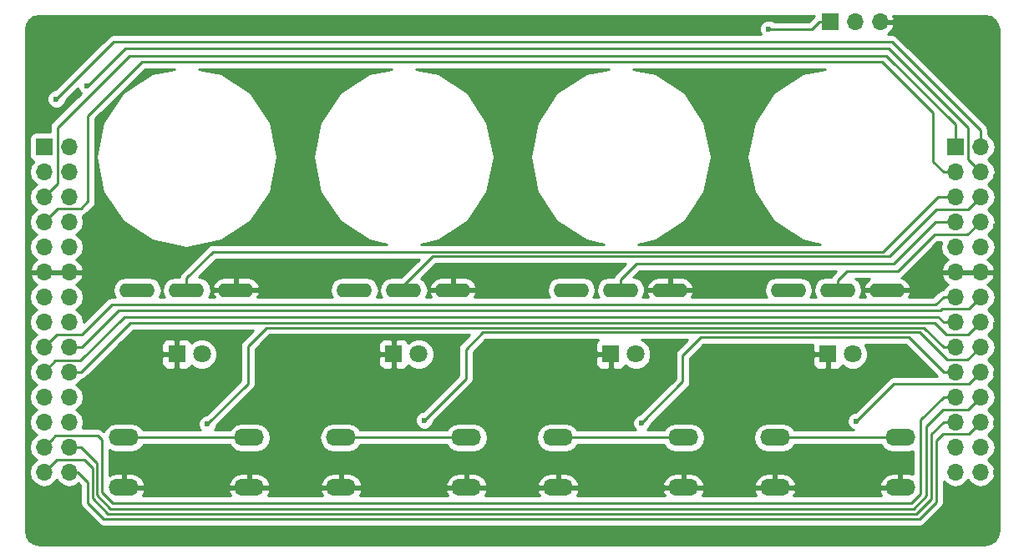
<source format=gtl>
G04 #@! TF.FileFunction,Copper,L1,Top,Signal*
%FSLAX46Y46*%
G04 Gerber Fmt 4.6, Leading zero omitted, Abs format (unit mm)*
G04 Created by KiCad (PCBNEW 4.0.2-stable) date 2017/01/23 23:07:35*
%MOMM*%
G01*
G04 APERTURE LIST*
%ADD10C,0.100000*%
%ADD11R,1.800000X1.800000*%
%ADD12C,1.800000*%
%ADD13C,4.500000*%
%ADD14R,1.700000X1.700000*%
%ADD15O,1.700000X1.700000*%
%ADD16O,3.048000X1.727200*%
%ADD17O,3.600000X1.400000*%
%ADD18C,0.600000*%
%ADD19C,0.250000*%
%ADD20C,0.254000*%
G04 APERTURE END LIST*
D10*
D11*
X103000000Y-84000000D03*
D12*
X105540000Y-84000000D03*
D11*
X125000000Y-84000000D03*
D12*
X127540000Y-84000000D03*
D11*
X147000000Y-84000000D03*
D12*
X149540000Y-84000000D03*
D11*
X169000000Y-84000000D03*
D12*
X171540000Y-84000000D03*
D13*
X183000000Y-53000000D03*
X183000000Y-100000000D03*
D14*
X169220000Y-50270000D03*
D15*
X171760000Y-50270000D03*
X174300000Y-50270000D03*
D13*
X91000000Y-53000000D03*
X91000000Y-100000000D03*
D16*
X176350000Y-92460000D03*
X176350000Y-97540000D03*
X163650000Y-92460000D03*
X163650000Y-97540000D03*
X154350000Y-92460000D03*
X154350000Y-97540000D03*
X141650000Y-92460000D03*
X141650000Y-97540000D03*
X132350000Y-92460000D03*
X132350000Y-97540000D03*
X119650000Y-92460000D03*
X119650000Y-97540000D03*
X110350000Y-92460000D03*
X110350000Y-97540000D03*
X97650000Y-92460000D03*
X97650000Y-97540000D03*
D17*
X165000000Y-77500000D03*
X170000000Y-77500000D03*
X175000000Y-77500000D03*
X143000000Y-77500000D03*
X148000000Y-77500000D03*
X153000000Y-77500000D03*
X121000000Y-77500000D03*
X126000000Y-77500000D03*
X131000000Y-77500000D03*
X99000000Y-77500000D03*
X104000000Y-77500000D03*
X109000000Y-77500000D03*
D14*
X181920000Y-62970000D03*
D15*
X184460000Y-62970000D03*
X181920000Y-65510000D03*
X184460000Y-65510000D03*
X181920000Y-68050000D03*
X184460000Y-68050000D03*
X181920000Y-70590000D03*
X184460000Y-70590000D03*
X181920000Y-73130000D03*
X184460000Y-73130000D03*
X181920000Y-75670000D03*
X184460000Y-75670000D03*
X181920000Y-78210000D03*
X184460000Y-78210000D03*
X181920000Y-80750000D03*
X184460000Y-80750000D03*
X181920000Y-83290000D03*
X184460000Y-83290000D03*
X181920000Y-85830000D03*
X184460000Y-85830000D03*
X181920000Y-88370000D03*
X184460000Y-88370000D03*
X181920000Y-90910000D03*
X184460000Y-90910000D03*
X181920000Y-93450000D03*
X184460000Y-93450000D03*
X181920000Y-95990000D03*
X184460000Y-95990000D03*
D14*
X89540000Y-62970000D03*
D15*
X92080000Y-62970000D03*
X89540000Y-65510000D03*
X92080000Y-65510000D03*
X89540000Y-68050000D03*
X92080000Y-68050000D03*
X89540000Y-70590000D03*
X92080000Y-70590000D03*
X89540000Y-73130000D03*
X92080000Y-73130000D03*
X89540000Y-75670000D03*
X92080000Y-75670000D03*
X89540000Y-78210000D03*
X92080000Y-78210000D03*
X89540000Y-80750000D03*
X92080000Y-80750000D03*
X89540000Y-83290000D03*
X92080000Y-83290000D03*
X89540000Y-85830000D03*
X92080000Y-85830000D03*
X89540000Y-88370000D03*
X92080000Y-88370000D03*
X89540000Y-90910000D03*
X92080000Y-90910000D03*
X89540000Y-93450000D03*
X92080000Y-93450000D03*
X89540000Y-95990000D03*
X92080000Y-95990000D03*
D18*
X158300000Y-72400000D03*
X158300000Y-57200000D03*
X136900000Y-72400000D03*
X136800000Y-56900000D03*
X165000000Y-50000000D03*
X160000000Y-50000000D03*
X155000000Y-50000000D03*
X150000000Y-50000000D03*
X145000000Y-50000000D03*
X140000000Y-50000000D03*
X135000000Y-50000000D03*
X130000000Y-50000000D03*
X125000000Y-50000000D03*
X120000000Y-50000000D03*
X114000000Y-50000000D03*
X109000000Y-50000000D03*
X104000000Y-50000000D03*
X99000000Y-50000000D03*
X94000000Y-50000000D03*
X88000000Y-57000000D03*
X88000000Y-62000000D03*
X88000000Y-67000000D03*
X88000000Y-72000000D03*
X88000000Y-77000000D03*
X88000000Y-82000000D03*
X88000000Y-87000000D03*
X88000000Y-92000000D03*
X88000000Y-97000000D03*
X95000000Y-103000000D03*
X100000000Y-103000000D03*
X105000000Y-103000000D03*
X110000000Y-103000000D03*
X115000000Y-103000000D03*
X120000000Y-103000000D03*
X125000000Y-103000000D03*
X130000000Y-103000000D03*
X135000000Y-103000000D03*
X140000000Y-103000000D03*
X145000000Y-103000000D03*
X150000000Y-103000000D03*
X155000000Y-103000000D03*
X160000000Y-103000000D03*
X165000000Y-103000000D03*
X170000000Y-103000000D03*
X175000000Y-103000000D03*
X180000000Y-103000000D03*
X186000000Y-96000000D03*
X186000000Y-91000000D03*
X186000000Y-86000000D03*
X186000000Y-81000000D03*
X186000000Y-76000000D03*
X186000000Y-71000000D03*
X186000000Y-66000000D03*
X186000000Y-61000000D03*
X186000000Y-56000000D03*
X180000000Y-50000000D03*
X90800000Y-58100000D03*
X93900000Y-56800000D03*
X163000000Y-51000000D03*
X106100000Y-91100000D03*
X128100000Y-90700000D03*
X150100000Y-91000000D03*
X171900000Y-90800000D03*
D19*
X181920000Y-62970000D02*
X181920000Y-60720000D01*
X181920000Y-60720000D02*
X174900000Y-53700000D01*
X98200000Y-53700000D02*
X90900000Y-61000000D01*
X174900000Y-53700000D02*
X98200000Y-53700000D01*
X90900000Y-61000000D02*
X90900000Y-66690000D01*
X90900000Y-66690000D02*
X90389999Y-67200001D01*
X90389999Y-67200001D02*
X89540000Y-68050000D01*
X158300000Y-57200000D02*
X158300000Y-72400000D01*
X136800000Y-56900000D02*
X136800000Y-72300000D01*
X136800000Y-72300000D02*
X136900000Y-72400000D01*
X155000000Y-50000000D02*
X160000000Y-50000000D01*
X145000000Y-50000000D02*
X150000000Y-50000000D01*
X135000000Y-50000000D02*
X140000000Y-50000000D01*
X125000000Y-50000000D02*
X130000000Y-50000000D01*
X114000000Y-50000000D02*
X120000000Y-50000000D01*
X104000000Y-50000000D02*
X109000000Y-50000000D01*
X94000000Y-50000000D02*
X99000000Y-50000000D01*
X88000000Y-62000000D02*
X88000000Y-57000000D01*
X88000000Y-72000000D02*
X88000000Y-67000000D01*
X88000000Y-82000000D02*
X88000000Y-77000000D01*
X88000000Y-92000000D02*
X88000000Y-87000000D01*
X91000000Y-100000000D02*
X88000000Y-97000000D01*
X95000000Y-103000000D02*
X94000000Y-103000000D01*
X94000000Y-103000000D02*
X91000000Y-100000000D01*
X105000000Y-103000000D02*
X100000000Y-103000000D01*
X115000000Y-103000000D02*
X110000000Y-103000000D01*
X125000000Y-103000000D02*
X120000000Y-103000000D01*
X135000000Y-103000000D02*
X130000000Y-103000000D01*
X145000000Y-103000000D02*
X140000000Y-103000000D01*
X155000000Y-103000000D02*
X150000000Y-103000000D01*
X165000000Y-103000000D02*
X160000000Y-103000000D01*
X175000000Y-103000000D02*
X170000000Y-103000000D01*
X183000000Y-100000000D02*
X180000000Y-103000000D01*
X186000000Y-96000000D02*
X186000000Y-97000000D01*
X186000000Y-97000000D02*
X183000000Y-100000000D01*
X186000000Y-86000000D02*
X186000000Y-91000000D01*
X186000000Y-76000000D02*
X186000000Y-81000000D01*
X186000000Y-66000000D02*
X186000000Y-71000000D01*
X186000000Y-56000000D02*
X186000000Y-61000000D01*
X183000000Y-53000000D02*
X180000000Y-50000000D01*
X181920000Y-65510000D02*
X180717919Y-65510000D01*
X90904999Y-69225001D02*
X89540000Y-70590000D01*
X180717919Y-65510000D02*
X179700000Y-64492081D01*
X179700000Y-64492081D02*
X179700000Y-59500000D01*
X179700000Y-59500000D02*
X174500000Y-54300000D01*
X93274999Y-69225001D02*
X90904999Y-69225001D01*
X174500000Y-54300000D02*
X99500000Y-54300000D01*
X99500000Y-54300000D02*
X94000000Y-59800000D01*
X94000000Y-59800000D02*
X94000000Y-68500000D01*
X94000000Y-68500000D02*
X93274999Y-69225001D01*
X175500000Y-52300000D02*
X96600000Y-52300000D01*
X96600000Y-52300000D02*
X90800000Y-58100000D01*
X184460000Y-61260000D02*
X175500000Y-52300000D01*
X184460000Y-62970000D02*
X184460000Y-61260000D01*
X97800000Y-53000000D02*
X94000000Y-56800000D01*
X94000000Y-56800000D02*
X93900000Y-56800000D01*
X175200000Y-53000000D02*
X97800000Y-53000000D01*
X183200000Y-61000000D02*
X175200000Y-53000000D01*
X183200000Y-64250000D02*
X183200000Y-61000000D01*
X184460000Y-65510000D02*
X183200000Y-64250000D01*
X110350000Y-92460000D02*
X97650000Y-92460000D01*
X119650000Y-92460000D02*
X121424000Y-92460000D01*
X121424000Y-92460000D02*
X132350000Y-92460000D01*
X154350000Y-92460000D02*
X152576000Y-92460000D01*
X152576000Y-92460000D02*
X141650000Y-92460000D01*
X176350000Y-92460000D02*
X174576000Y-92460000D01*
X174576000Y-92460000D02*
X163650000Y-92460000D01*
X167000000Y-51000000D02*
X167400000Y-51000000D01*
X168120000Y-50270000D02*
X167400000Y-50990000D01*
X169220000Y-50270000D02*
X168120000Y-50270000D01*
X167400000Y-50990000D02*
X167400000Y-51000000D01*
X163000000Y-51000000D02*
X167000000Y-51000000D01*
X93282081Y-85830000D02*
X92080000Y-85830000D01*
X98300000Y-80812081D02*
X93282081Y-85830000D01*
X98300000Y-80800000D02*
X98300000Y-80812081D01*
X179800000Y-80800000D02*
X98300000Y-80800000D01*
X181000000Y-82000000D02*
X179800000Y-80800000D01*
X184460000Y-80750000D02*
X183210000Y-82000000D01*
X183210000Y-82000000D02*
X181000000Y-82000000D01*
X90715001Y-84654999D02*
X89540000Y-85830000D01*
X93245001Y-84654999D02*
X90715001Y-84654999D01*
X180717919Y-80750000D02*
X180167919Y-80200000D01*
X180167919Y-80200000D02*
X97700000Y-80200000D01*
X97700000Y-80200000D02*
X93245001Y-84654999D01*
X181920000Y-80750000D02*
X180717919Y-80750000D01*
X93410000Y-83290000D02*
X92080000Y-83290000D01*
X180400000Y-79600000D02*
X97100000Y-79600000D01*
X97100000Y-79600000D02*
X93410000Y-83290000D01*
X180600000Y-79400000D02*
X180400000Y-79600000D01*
X183270000Y-79400000D02*
X180600000Y-79400000D01*
X184460000Y-78210000D02*
X183270000Y-79400000D01*
X90830000Y-82000000D02*
X89540000Y-83290000D01*
X93400000Y-82000000D02*
X90830000Y-82000000D01*
X96400000Y-79000000D02*
X93400000Y-82000000D01*
X179927919Y-79000000D02*
X96400000Y-79000000D01*
X181920000Y-78210000D02*
X180717919Y-78210000D01*
X180717919Y-78210000D02*
X179927919Y-79000000D01*
X180714999Y-92085001D02*
X180000000Y-92800000D01*
X180000000Y-99000000D02*
X178300000Y-100700000D01*
X178300000Y-100700000D02*
X95600000Y-100700000D01*
X184460000Y-90910000D02*
X183284999Y-92085001D01*
X183284999Y-92085001D02*
X180714999Y-92085001D01*
X180000000Y-92800000D02*
X180000000Y-99000000D01*
X95600000Y-100700000D02*
X94000000Y-99100000D01*
X94000000Y-99100000D02*
X94000000Y-97000000D01*
X92990000Y-95990000D02*
X92080000Y-95990000D01*
X94000000Y-97000000D02*
X92990000Y-95990000D01*
X94450011Y-98650011D02*
X94450011Y-95550011D01*
X181920000Y-90910000D02*
X180717919Y-90910000D01*
X179500000Y-92127919D02*
X179500000Y-98700000D01*
X178000000Y-100200000D02*
X96000000Y-100200000D01*
X180717919Y-90910000D02*
X179500000Y-92127919D01*
X90389999Y-95140001D02*
X89540000Y-95990000D01*
X179500000Y-98700000D02*
X178000000Y-100200000D01*
X96000000Y-100200000D02*
X94450011Y-98650011D01*
X94450011Y-95550011D02*
X93600000Y-94700000D01*
X93600000Y-94700000D02*
X90830000Y-94700000D01*
X90830000Y-94700000D02*
X90389999Y-95140001D01*
X92080000Y-93450000D02*
X93282081Y-93450000D01*
X93282081Y-93450000D02*
X94900022Y-95067941D01*
X94900022Y-95067941D02*
X94900022Y-98300022D01*
X183610001Y-89219999D02*
X184460000Y-88370000D01*
X94900022Y-98300022D02*
X96300000Y-99700000D01*
X96300000Y-99700000D02*
X177700000Y-99700000D01*
X177700000Y-99700000D02*
X179000000Y-98400000D01*
X179000000Y-98400000D02*
X179000000Y-91300000D01*
X179000000Y-91300000D02*
X180700000Y-89600000D01*
X180700000Y-89600000D02*
X183230000Y-89600000D01*
X183230000Y-89600000D02*
X183610001Y-89219999D01*
X90389999Y-92600001D02*
X89540000Y-93450000D01*
X95400000Y-92700000D02*
X94974999Y-92274999D01*
X95400000Y-98000000D02*
X95400000Y-92700000D01*
X177463590Y-99100000D02*
X96500000Y-99100000D01*
X178400000Y-90687919D02*
X178400000Y-98163590D01*
X181920000Y-88370000D02*
X180717919Y-88370000D01*
X178400000Y-98163590D02*
X177463590Y-99100000D01*
X90715001Y-92274999D02*
X90389999Y-92600001D01*
X94974999Y-92274999D02*
X90715001Y-92274999D01*
X180717919Y-88370000D02*
X178400000Y-90687919D01*
X96500000Y-99100000D02*
X95400000Y-98000000D01*
X104000000Y-76300000D02*
X104000000Y-77500000D01*
X174600000Y-73600000D02*
X106700000Y-73600000D01*
X106700000Y-73600000D02*
X104000000Y-76300000D01*
X181920000Y-68050000D02*
X180150000Y-68050000D01*
X180150000Y-68050000D02*
X174600000Y-73600000D01*
X184460000Y-68050000D02*
X183210000Y-69300000D01*
X183210000Y-69300000D02*
X180000000Y-69300000D01*
X180000000Y-69300000D02*
X175249989Y-74050011D01*
X175249989Y-74050011D02*
X128949989Y-74050011D01*
X128949989Y-74050011D02*
X126000000Y-77000000D01*
X126000000Y-77000000D02*
X126000000Y-77500000D01*
X149600000Y-74800000D02*
X148000000Y-76400000D01*
X148000000Y-76400000D02*
X148000000Y-77500000D01*
X175700000Y-74800000D02*
X149600000Y-74800000D01*
X179910000Y-70590000D02*
X175700000Y-74800000D01*
X181920000Y-70590000D02*
X179910000Y-70590000D01*
X170900000Y-75600000D02*
X170000000Y-76500000D01*
X170000000Y-76500000D02*
X170000000Y-77500000D01*
X176100000Y-75600000D02*
X170900000Y-75600000D01*
X179800000Y-71900000D02*
X176100000Y-75600000D01*
X183150000Y-71900000D02*
X179800000Y-71900000D01*
X184460000Y-70590000D02*
X183150000Y-71900000D01*
X112100000Y-81300000D02*
X110200000Y-83200000D01*
X178727919Y-81300000D02*
X112100000Y-81300000D01*
X180717919Y-83290000D02*
X178727919Y-81300000D01*
X181920000Y-83290000D02*
X180717919Y-83290000D01*
X110200000Y-83200000D02*
X110200000Y-87000000D01*
X110200000Y-87000000D02*
X106100000Y-91100000D01*
X110200000Y-83200000D02*
X110200000Y-83300000D01*
X132300000Y-86500000D02*
X128100000Y-90700000D01*
X132300000Y-83500000D02*
X132300000Y-86500000D01*
X178300000Y-81800000D02*
X134000000Y-81800000D01*
X181100000Y-84600000D02*
X178300000Y-81800000D01*
X134000000Y-81800000D02*
X132300000Y-83500000D01*
X183150000Y-84600000D02*
X181100000Y-84600000D01*
X184460000Y-83290000D02*
X183150000Y-84600000D01*
X154300000Y-86800000D02*
X150100000Y-91000000D01*
X156100000Y-82300000D02*
X154300000Y-84100000D01*
X154300000Y-84100000D02*
X154300000Y-86800000D01*
X177187919Y-82300000D02*
X156100000Y-82300000D01*
X180717919Y-85830000D02*
X177187919Y-82300000D01*
X181920000Y-85830000D02*
X180717919Y-85830000D01*
X180394999Y-87005001D02*
X175694999Y-87005001D01*
X175694999Y-87005001D02*
X171900000Y-90800000D01*
X184460000Y-85830000D02*
X183284999Y-87005001D01*
X183284999Y-87005001D02*
X180394999Y-87005001D01*
D20*
G36*
X167582599Y-49732599D02*
X167075198Y-50240000D01*
X163562463Y-50240000D01*
X163530327Y-50207808D01*
X163186799Y-50065162D01*
X162814833Y-50064838D01*
X162471057Y-50206883D01*
X162207808Y-50469673D01*
X162065162Y-50813201D01*
X162064838Y-51185167D01*
X162206883Y-51528943D01*
X162217921Y-51540000D01*
X96600000Y-51540000D01*
X96309161Y-51597852D01*
X96062599Y-51762599D01*
X90660320Y-57164878D01*
X90614833Y-57164838D01*
X90271057Y-57306883D01*
X90007808Y-57569673D01*
X89865162Y-57913201D01*
X89864838Y-58285167D01*
X90006883Y-58628943D01*
X90269673Y-58892192D01*
X90613201Y-59034838D01*
X90985167Y-59035162D01*
X91328943Y-58893117D01*
X91592192Y-58630327D01*
X91734838Y-58286799D01*
X91734879Y-58239923D01*
X92972088Y-57002714D01*
X93106883Y-57328943D01*
X93301399Y-57523799D01*
X90362599Y-60462599D01*
X90197852Y-60709161D01*
X90140000Y-61000000D01*
X90140000Y-61472560D01*
X88690000Y-61472560D01*
X88454683Y-61516838D01*
X88238559Y-61655910D01*
X88093569Y-61868110D01*
X88042560Y-62120000D01*
X88042560Y-63820000D01*
X88086838Y-64055317D01*
X88225910Y-64271441D01*
X88438110Y-64416431D01*
X88505541Y-64430086D01*
X88460853Y-64459946D01*
X88138946Y-64941715D01*
X88025907Y-65510000D01*
X88138946Y-66078285D01*
X88460853Y-66560054D01*
X88790026Y-66780000D01*
X88460853Y-66999946D01*
X88138946Y-67481715D01*
X88025907Y-68050000D01*
X88138946Y-68618285D01*
X88460853Y-69100054D01*
X88790026Y-69320000D01*
X88460853Y-69539946D01*
X88138946Y-70021715D01*
X88025907Y-70590000D01*
X88138946Y-71158285D01*
X88460853Y-71640054D01*
X88790026Y-71860000D01*
X88460853Y-72079946D01*
X88138946Y-72561715D01*
X88025907Y-73130000D01*
X88138946Y-73698285D01*
X88460853Y-74180054D01*
X88801553Y-74407702D01*
X88658642Y-74474817D01*
X88268355Y-74903076D01*
X88098524Y-75313110D01*
X88219845Y-75543000D01*
X89413000Y-75543000D01*
X89413000Y-75523000D01*
X89667000Y-75523000D01*
X89667000Y-75543000D01*
X91953000Y-75543000D01*
X91953000Y-75523000D01*
X92207000Y-75523000D01*
X92207000Y-75543000D01*
X93400155Y-75543000D01*
X93521476Y-75313110D01*
X93351645Y-74903076D01*
X92961358Y-74474817D01*
X92818447Y-74407702D01*
X93159147Y-74180054D01*
X93481054Y-73698285D01*
X93594093Y-73130000D01*
X93481054Y-72561715D01*
X93159147Y-72079946D01*
X92829974Y-71860000D01*
X93159147Y-71640054D01*
X93481054Y-71158285D01*
X93594093Y-70590000D01*
X93481054Y-70021715D01*
X93435227Y-69953129D01*
X93565838Y-69927149D01*
X93812400Y-69762402D01*
X94537401Y-69037401D01*
X94702148Y-68790840D01*
X94760000Y-68500000D01*
X94760000Y-60114802D01*
X99814802Y-55060000D01*
X102768301Y-55060000D01*
X100485053Y-55514166D01*
X97505224Y-57505224D01*
X95514166Y-60485053D01*
X94815000Y-64000000D01*
X95514166Y-67514947D01*
X97505224Y-70494776D01*
X100485053Y-72485834D01*
X104000000Y-73185000D01*
X107514947Y-72485834D01*
X110494776Y-70494776D01*
X112485834Y-67514947D01*
X113185000Y-64000000D01*
X112485834Y-60485053D01*
X110494776Y-57505224D01*
X107514947Y-55514166D01*
X105231699Y-55060000D01*
X124768301Y-55060000D01*
X122485053Y-55514166D01*
X119505224Y-57505224D01*
X117514166Y-60485053D01*
X116815000Y-64000000D01*
X117514166Y-67514947D01*
X119505224Y-70494776D01*
X122485053Y-72485834D01*
X124265567Y-72840000D01*
X106700000Y-72840000D01*
X106409161Y-72897852D01*
X106162599Y-73062599D01*
X103462599Y-75762599D01*
X103297852Y-76009161D01*
X103266853Y-76165000D01*
X102852296Y-76165000D01*
X102341414Y-76266621D01*
X101908308Y-76556012D01*
X101618917Y-76989118D01*
X101517296Y-77500000D01*
X101618917Y-78010882D01*
X101772008Y-78240000D01*
X101227992Y-78240000D01*
X101381083Y-78010882D01*
X101482704Y-77500000D01*
X101381083Y-76989118D01*
X101091692Y-76556012D01*
X100658586Y-76266621D01*
X100147704Y-76165000D01*
X97852296Y-76165000D01*
X97341414Y-76266621D01*
X96908308Y-76556012D01*
X96618917Y-76989118D01*
X96517296Y-77500000D01*
X96618917Y-78010882D01*
X96772008Y-78240000D01*
X96400000Y-78240000D01*
X96109161Y-78297852D01*
X95862599Y-78462599D01*
X93590958Y-80734240D01*
X93481054Y-80181715D01*
X93159147Y-79699946D01*
X92829974Y-79480000D01*
X93159147Y-79260054D01*
X93481054Y-78778285D01*
X93594093Y-78210000D01*
X93481054Y-77641715D01*
X93159147Y-77159946D01*
X92818447Y-76932298D01*
X92961358Y-76865183D01*
X93351645Y-76436924D01*
X93521476Y-76026890D01*
X93400155Y-75797000D01*
X92207000Y-75797000D01*
X92207000Y-75817000D01*
X91953000Y-75817000D01*
X91953000Y-75797000D01*
X89667000Y-75797000D01*
X89667000Y-75817000D01*
X89413000Y-75817000D01*
X89413000Y-75797000D01*
X88219845Y-75797000D01*
X88098524Y-76026890D01*
X88268355Y-76436924D01*
X88658642Y-76865183D01*
X88801553Y-76932298D01*
X88460853Y-77159946D01*
X88138946Y-77641715D01*
X88025907Y-78210000D01*
X88138946Y-78778285D01*
X88460853Y-79260054D01*
X88790026Y-79480000D01*
X88460853Y-79699946D01*
X88138946Y-80181715D01*
X88025907Y-80750000D01*
X88138946Y-81318285D01*
X88460853Y-81800054D01*
X88790026Y-82020000D01*
X88460853Y-82239946D01*
X88138946Y-82721715D01*
X88025907Y-83290000D01*
X88138946Y-83858285D01*
X88460853Y-84340054D01*
X88790026Y-84560000D01*
X88460853Y-84779946D01*
X88138946Y-85261715D01*
X88025907Y-85830000D01*
X88138946Y-86398285D01*
X88460853Y-86880054D01*
X88790026Y-87100000D01*
X88460853Y-87319946D01*
X88138946Y-87801715D01*
X88025907Y-88370000D01*
X88138946Y-88938285D01*
X88460853Y-89420054D01*
X88790026Y-89640000D01*
X88460853Y-89859946D01*
X88138946Y-90341715D01*
X88025907Y-90910000D01*
X88138946Y-91478285D01*
X88460853Y-91960054D01*
X88790026Y-92180000D01*
X88460853Y-92399946D01*
X88138946Y-92881715D01*
X88025907Y-93450000D01*
X88138946Y-94018285D01*
X88460853Y-94500054D01*
X88790026Y-94720000D01*
X88460853Y-94939946D01*
X88138946Y-95421715D01*
X88025907Y-95990000D01*
X88138946Y-96558285D01*
X88460853Y-97040054D01*
X88942622Y-97361961D01*
X89510907Y-97475000D01*
X89569093Y-97475000D01*
X90137378Y-97361961D01*
X90619147Y-97040054D01*
X90810000Y-96754422D01*
X91000853Y-97040054D01*
X91482622Y-97361961D01*
X92050907Y-97475000D01*
X92109093Y-97475000D01*
X92677378Y-97361961D01*
X93042915Y-97117717D01*
X93240000Y-97314802D01*
X93240000Y-99100000D01*
X93297852Y-99390839D01*
X93462599Y-99637401D01*
X95062599Y-101237401D01*
X95309161Y-101402148D01*
X95600000Y-101460000D01*
X178300000Y-101460000D01*
X178590839Y-101402148D01*
X178837401Y-101237401D01*
X180537401Y-99537401D01*
X180702148Y-99290839D01*
X180760000Y-99000000D01*
X180760000Y-96919049D01*
X180840853Y-97040054D01*
X181322622Y-97361961D01*
X181890907Y-97475000D01*
X181949093Y-97475000D01*
X182517378Y-97361961D01*
X182999147Y-97040054D01*
X183190000Y-96754422D01*
X183380853Y-97040054D01*
X183862622Y-97361961D01*
X184430907Y-97475000D01*
X184489093Y-97475000D01*
X185057378Y-97361961D01*
X185539147Y-97040054D01*
X185861054Y-96558285D01*
X185974093Y-95990000D01*
X185861054Y-95421715D01*
X185539147Y-94939946D01*
X185209974Y-94720000D01*
X185539147Y-94500054D01*
X185861054Y-94018285D01*
X185974093Y-93450000D01*
X185861054Y-92881715D01*
X185539147Y-92399946D01*
X185209974Y-92180000D01*
X185539147Y-91960054D01*
X185861054Y-91478285D01*
X185974093Y-90910000D01*
X185861054Y-90341715D01*
X185539147Y-89859946D01*
X185209974Y-89640000D01*
X185539147Y-89420054D01*
X185861054Y-88938285D01*
X185974093Y-88370000D01*
X185861054Y-87801715D01*
X185539147Y-87319946D01*
X185209974Y-87100000D01*
X185539147Y-86880054D01*
X185861054Y-86398285D01*
X185974093Y-85830000D01*
X185861054Y-85261715D01*
X185539147Y-84779946D01*
X185209974Y-84560000D01*
X185539147Y-84340054D01*
X185861054Y-83858285D01*
X185974093Y-83290000D01*
X185861054Y-82721715D01*
X185539147Y-82239946D01*
X185209974Y-82020000D01*
X185539147Y-81800054D01*
X185861054Y-81318285D01*
X185974093Y-80750000D01*
X185861054Y-80181715D01*
X185539147Y-79699946D01*
X185209974Y-79480000D01*
X185539147Y-79260054D01*
X185861054Y-78778285D01*
X185974093Y-78210000D01*
X185861054Y-77641715D01*
X185539147Y-77159946D01*
X185198447Y-76932298D01*
X185341358Y-76865183D01*
X185731645Y-76436924D01*
X185901476Y-76026890D01*
X185780155Y-75797000D01*
X184587000Y-75797000D01*
X184587000Y-75817000D01*
X184333000Y-75817000D01*
X184333000Y-75797000D01*
X182047000Y-75797000D01*
X182047000Y-75817000D01*
X181793000Y-75817000D01*
X181793000Y-75797000D01*
X180599845Y-75797000D01*
X180478524Y-76026890D01*
X180648355Y-76436924D01*
X181038642Y-76865183D01*
X181181553Y-76932298D01*
X180840853Y-77159946D01*
X180636182Y-77466259D01*
X180427080Y-77507852D01*
X180180518Y-77672599D01*
X179613117Y-78240000D01*
X177195313Y-78240000D01*
X177381980Y-77893550D01*
X177392716Y-77833329D01*
X177269374Y-77627000D01*
X175127000Y-77627000D01*
X175127000Y-77647000D01*
X174873000Y-77647000D01*
X174873000Y-77627000D01*
X172730626Y-77627000D01*
X172607284Y-77833329D01*
X172618020Y-77893550D01*
X172804687Y-78240000D01*
X172227992Y-78240000D01*
X172381083Y-78010882D01*
X172482704Y-77500000D01*
X172381083Y-76989118D01*
X172091692Y-76556012D01*
X171798338Y-76360000D01*
X173216851Y-76360000D01*
X172866210Y-76645815D01*
X172618020Y-77106450D01*
X172607284Y-77166671D01*
X172730626Y-77373000D01*
X174873000Y-77373000D01*
X174873000Y-77353000D01*
X175127000Y-77353000D01*
X175127000Y-77373000D01*
X177269374Y-77373000D01*
X177392716Y-77166671D01*
X177381980Y-77106450D01*
X177133790Y-76645815D01*
X176728215Y-76315222D01*
X176481802Y-76241368D01*
X176637401Y-76137401D01*
X180114802Y-72660000D01*
X180499396Y-72660000D01*
X180405907Y-73130000D01*
X180518946Y-73698285D01*
X180840853Y-74180054D01*
X181181553Y-74407702D01*
X181038642Y-74474817D01*
X180648355Y-74903076D01*
X180478524Y-75313110D01*
X180599845Y-75543000D01*
X181793000Y-75543000D01*
X181793000Y-75523000D01*
X182047000Y-75523000D01*
X182047000Y-75543000D01*
X184333000Y-75543000D01*
X184333000Y-75523000D01*
X184587000Y-75523000D01*
X184587000Y-75543000D01*
X185780155Y-75543000D01*
X185901476Y-75313110D01*
X185731645Y-74903076D01*
X185341358Y-74474817D01*
X185198447Y-74407702D01*
X185539147Y-74180054D01*
X185861054Y-73698285D01*
X185974093Y-73130000D01*
X185861054Y-72561715D01*
X185539147Y-72079946D01*
X185209974Y-71860000D01*
X185539147Y-71640054D01*
X185861054Y-71158285D01*
X185974093Y-70590000D01*
X185861054Y-70021715D01*
X185539147Y-69539946D01*
X185209974Y-69320000D01*
X185539147Y-69100054D01*
X185861054Y-68618285D01*
X185974093Y-68050000D01*
X185861054Y-67481715D01*
X185539147Y-66999946D01*
X185209974Y-66780000D01*
X185539147Y-66560054D01*
X185861054Y-66078285D01*
X185974093Y-65510000D01*
X185861054Y-64941715D01*
X185539147Y-64459946D01*
X185209974Y-64240000D01*
X185539147Y-64020054D01*
X185861054Y-63538285D01*
X185974093Y-62970000D01*
X185861054Y-62401715D01*
X185539147Y-61919946D01*
X185220000Y-61706699D01*
X185220000Y-61260000D01*
X185162148Y-60969161D01*
X184997401Y-60722599D01*
X176037401Y-51762599D01*
X175790839Y-51597852D01*
X175500000Y-51540000D01*
X175068729Y-51540000D01*
X175495183Y-51151358D01*
X175741486Y-50626892D01*
X175620819Y-50397000D01*
X174427000Y-50397000D01*
X174427000Y-50417000D01*
X174173000Y-50417000D01*
X174173000Y-50397000D01*
X174153000Y-50397000D01*
X174153000Y-50143000D01*
X174173000Y-50143000D01*
X174173000Y-50123000D01*
X174427000Y-50123000D01*
X174427000Y-50143000D01*
X175620819Y-50143000D01*
X175741486Y-49913108D01*
X175634360Y-49685000D01*
X184932533Y-49685000D01*
X185498094Y-49797497D01*
X185920357Y-50079643D01*
X186202503Y-50501906D01*
X186315000Y-51067466D01*
X186315000Y-101932534D01*
X186202503Y-102498094D01*
X185920357Y-102920357D01*
X185498094Y-103202503D01*
X184932533Y-103315000D01*
X89067466Y-103315000D01*
X88501906Y-103202503D01*
X88079643Y-102920357D01*
X87797497Y-102498094D01*
X87685000Y-101932533D01*
X87685000Y-51067467D01*
X87797497Y-50501906D01*
X88079643Y-50079643D01*
X88501906Y-49797497D01*
X89067466Y-49685000D01*
X167653836Y-49685000D01*
X167582599Y-49732599D01*
X167582599Y-49732599D01*
G37*
X167582599Y-49732599D02*
X167075198Y-50240000D01*
X163562463Y-50240000D01*
X163530327Y-50207808D01*
X163186799Y-50065162D01*
X162814833Y-50064838D01*
X162471057Y-50206883D01*
X162207808Y-50469673D01*
X162065162Y-50813201D01*
X162064838Y-51185167D01*
X162206883Y-51528943D01*
X162217921Y-51540000D01*
X96600000Y-51540000D01*
X96309161Y-51597852D01*
X96062599Y-51762599D01*
X90660320Y-57164878D01*
X90614833Y-57164838D01*
X90271057Y-57306883D01*
X90007808Y-57569673D01*
X89865162Y-57913201D01*
X89864838Y-58285167D01*
X90006883Y-58628943D01*
X90269673Y-58892192D01*
X90613201Y-59034838D01*
X90985167Y-59035162D01*
X91328943Y-58893117D01*
X91592192Y-58630327D01*
X91734838Y-58286799D01*
X91734879Y-58239923D01*
X92972088Y-57002714D01*
X93106883Y-57328943D01*
X93301399Y-57523799D01*
X90362599Y-60462599D01*
X90197852Y-60709161D01*
X90140000Y-61000000D01*
X90140000Y-61472560D01*
X88690000Y-61472560D01*
X88454683Y-61516838D01*
X88238559Y-61655910D01*
X88093569Y-61868110D01*
X88042560Y-62120000D01*
X88042560Y-63820000D01*
X88086838Y-64055317D01*
X88225910Y-64271441D01*
X88438110Y-64416431D01*
X88505541Y-64430086D01*
X88460853Y-64459946D01*
X88138946Y-64941715D01*
X88025907Y-65510000D01*
X88138946Y-66078285D01*
X88460853Y-66560054D01*
X88790026Y-66780000D01*
X88460853Y-66999946D01*
X88138946Y-67481715D01*
X88025907Y-68050000D01*
X88138946Y-68618285D01*
X88460853Y-69100054D01*
X88790026Y-69320000D01*
X88460853Y-69539946D01*
X88138946Y-70021715D01*
X88025907Y-70590000D01*
X88138946Y-71158285D01*
X88460853Y-71640054D01*
X88790026Y-71860000D01*
X88460853Y-72079946D01*
X88138946Y-72561715D01*
X88025907Y-73130000D01*
X88138946Y-73698285D01*
X88460853Y-74180054D01*
X88801553Y-74407702D01*
X88658642Y-74474817D01*
X88268355Y-74903076D01*
X88098524Y-75313110D01*
X88219845Y-75543000D01*
X89413000Y-75543000D01*
X89413000Y-75523000D01*
X89667000Y-75523000D01*
X89667000Y-75543000D01*
X91953000Y-75543000D01*
X91953000Y-75523000D01*
X92207000Y-75523000D01*
X92207000Y-75543000D01*
X93400155Y-75543000D01*
X93521476Y-75313110D01*
X93351645Y-74903076D01*
X92961358Y-74474817D01*
X92818447Y-74407702D01*
X93159147Y-74180054D01*
X93481054Y-73698285D01*
X93594093Y-73130000D01*
X93481054Y-72561715D01*
X93159147Y-72079946D01*
X92829974Y-71860000D01*
X93159147Y-71640054D01*
X93481054Y-71158285D01*
X93594093Y-70590000D01*
X93481054Y-70021715D01*
X93435227Y-69953129D01*
X93565838Y-69927149D01*
X93812400Y-69762402D01*
X94537401Y-69037401D01*
X94702148Y-68790840D01*
X94760000Y-68500000D01*
X94760000Y-60114802D01*
X99814802Y-55060000D01*
X102768301Y-55060000D01*
X100485053Y-55514166D01*
X97505224Y-57505224D01*
X95514166Y-60485053D01*
X94815000Y-64000000D01*
X95514166Y-67514947D01*
X97505224Y-70494776D01*
X100485053Y-72485834D01*
X104000000Y-73185000D01*
X107514947Y-72485834D01*
X110494776Y-70494776D01*
X112485834Y-67514947D01*
X113185000Y-64000000D01*
X112485834Y-60485053D01*
X110494776Y-57505224D01*
X107514947Y-55514166D01*
X105231699Y-55060000D01*
X124768301Y-55060000D01*
X122485053Y-55514166D01*
X119505224Y-57505224D01*
X117514166Y-60485053D01*
X116815000Y-64000000D01*
X117514166Y-67514947D01*
X119505224Y-70494776D01*
X122485053Y-72485834D01*
X124265567Y-72840000D01*
X106700000Y-72840000D01*
X106409161Y-72897852D01*
X106162599Y-73062599D01*
X103462599Y-75762599D01*
X103297852Y-76009161D01*
X103266853Y-76165000D01*
X102852296Y-76165000D01*
X102341414Y-76266621D01*
X101908308Y-76556012D01*
X101618917Y-76989118D01*
X101517296Y-77500000D01*
X101618917Y-78010882D01*
X101772008Y-78240000D01*
X101227992Y-78240000D01*
X101381083Y-78010882D01*
X101482704Y-77500000D01*
X101381083Y-76989118D01*
X101091692Y-76556012D01*
X100658586Y-76266621D01*
X100147704Y-76165000D01*
X97852296Y-76165000D01*
X97341414Y-76266621D01*
X96908308Y-76556012D01*
X96618917Y-76989118D01*
X96517296Y-77500000D01*
X96618917Y-78010882D01*
X96772008Y-78240000D01*
X96400000Y-78240000D01*
X96109161Y-78297852D01*
X95862599Y-78462599D01*
X93590958Y-80734240D01*
X93481054Y-80181715D01*
X93159147Y-79699946D01*
X92829974Y-79480000D01*
X93159147Y-79260054D01*
X93481054Y-78778285D01*
X93594093Y-78210000D01*
X93481054Y-77641715D01*
X93159147Y-77159946D01*
X92818447Y-76932298D01*
X92961358Y-76865183D01*
X93351645Y-76436924D01*
X93521476Y-76026890D01*
X93400155Y-75797000D01*
X92207000Y-75797000D01*
X92207000Y-75817000D01*
X91953000Y-75817000D01*
X91953000Y-75797000D01*
X89667000Y-75797000D01*
X89667000Y-75817000D01*
X89413000Y-75817000D01*
X89413000Y-75797000D01*
X88219845Y-75797000D01*
X88098524Y-76026890D01*
X88268355Y-76436924D01*
X88658642Y-76865183D01*
X88801553Y-76932298D01*
X88460853Y-77159946D01*
X88138946Y-77641715D01*
X88025907Y-78210000D01*
X88138946Y-78778285D01*
X88460853Y-79260054D01*
X88790026Y-79480000D01*
X88460853Y-79699946D01*
X88138946Y-80181715D01*
X88025907Y-80750000D01*
X88138946Y-81318285D01*
X88460853Y-81800054D01*
X88790026Y-82020000D01*
X88460853Y-82239946D01*
X88138946Y-82721715D01*
X88025907Y-83290000D01*
X88138946Y-83858285D01*
X88460853Y-84340054D01*
X88790026Y-84560000D01*
X88460853Y-84779946D01*
X88138946Y-85261715D01*
X88025907Y-85830000D01*
X88138946Y-86398285D01*
X88460853Y-86880054D01*
X88790026Y-87100000D01*
X88460853Y-87319946D01*
X88138946Y-87801715D01*
X88025907Y-88370000D01*
X88138946Y-88938285D01*
X88460853Y-89420054D01*
X88790026Y-89640000D01*
X88460853Y-89859946D01*
X88138946Y-90341715D01*
X88025907Y-90910000D01*
X88138946Y-91478285D01*
X88460853Y-91960054D01*
X88790026Y-92180000D01*
X88460853Y-92399946D01*
X88138946Y-92881715D01*
X88025907Y-93450000D01*
X88138946Y-94018285D01*
X88460853Y-94500054D01*
X88790026Y-94720000D01*
X88460853Y-94939946D01*
X88138946Y-95421715D01*
X88025907Y-95990000D01*
X88138946Y-96558285D01*
X88460853Y-97040054D01*
X88942622Y-97361961D01*
X89510907Y-97475000D01*
X89569093Y-97475000D01*
X90137378Y-97361961D01*
X90619147Y-97040054D01*
X90810000Y-96754422D01*
X91000853Y-97040054D01*
X91482622Y-97361961D01*
X92050907Y-97475000D01*
X92109093Y-97475000D01*
X92677378Y-97361961D01*
X93042915Y-97117717D01*
X93240000Y-97314802D01*
X93240000Y-99100000D01*
X93297852Y-99390839D01*
X93462599Y-99637401D01*
X95062599Y-101237401D01*
X95309161Y-101402148D01*
X95600000Y-101460000D01*
X178300000Y-101460000D01*
X178590839Y-101402148D01*
X178837401Y-101237401D01*
X180537401Y-99537401D01*
X180702148Y-99290839D01*
X180760000Y-99000000D01*
X180760000Y-96919049D01*
X180840853Y-97040054D01*
X181322622Y-97361961D01*
X181890907Y-97475000D01*
X181949093Y-97475000D01*
X182517378Y-97361961D01*
X182999147Y-97040054D01*
X183190000Y-96754422D01*
X183380853Y-97040054D01*
X183862622Y-97361961D01*
X184430907Y-97475000D01*
X184489093Y-97475000D01*
X185057378Y-97361961D01*
X185539147Y-97040054D01*
X185861054Y-96558285D01*
X185974093Y-95990000D01*
X185861054Y-95421715D01*
X185539147Y-94939946D01*
X185209974Y-94720000D01*
X185539147Y-94500054D01*
X185861054Y-94018285D01*
X185974093Y-93450000D01*
X185861054Y-92881715D01*
X185539147Y-92399946D01*
X185209974Y-92180000D01*
X185539147Y-91960054D01*
X185861054Y-91478285D01*
X185974093Y-90910000D01*
X185861054Y-90341715D01*
X185539147Y-89859946D01*
X185209974Y-89640000D01*
X185539147Y-89420054D01*
X185861054Y-88938285D01*
X185974093Y-88370000D01*
X185861054Y-87801715D01*
X185539147Y-87319946D01*
X185209974Y-87100000D01*
X185539147Y-86880054D01*
X185861054Y-86398285D01*
X185974093Y-85830000D01*
X185861054Y-85261715D01*
X185539147Y-84779946D01*
X185209974Y-84560000D01*
X185539147Y-84340054D01*
X185861054Y-83858285D01*
X185974093Y-83290000D01*
X185861054Y-82721715D01*
X185539147Y-82239946D01*
X185209974Y-82020000D01*
X185539147Y-81800054D01*
X185861054Y-81318285D01*
X185974093Y-80750000D01*
X185861054Y-80181715D01*
X185539147Y-79699946D01*
X185209974Y-79480000D01*
X185539147Y-79260054D01*
X185861054Y-78778285D01*
X185974093Y-78210000D01*
X185861054Y-77641715D01*
X185539147Y-77159946D01*
X185198447Y-76932298D01*
X185341358Y-76865183D01*
X185731645Y-76436924D01*
X185901476Y-76026890D01*
X185780155Y-75797000D01*
X184587000Y-75797000D01*
X184587000Y-75817000D01*
X184333000Y-75817000D01*
X184333000Y-75797000D01*
X182047000Y-75797000D01*
X182047000Y-75817000D01*
X181793000Y-75817000D01*
X181793000Y-75797000D01*
X180599845Y-75797000D01*
X180478524Y-76026890D01*
X180648355Y-76436924D01*
X181038642Y-76865183D01*
X181181553Y-76932298D01*
X180840853Y-77159946D01*
X180636182Y-77466259D01*
X180427080Y-77507852D01*
X180180518Y-77672599D01*
X179613117Y-78240000D01*
X177195313Y-78240000D01*
X177381980Y-77893550D01*
X177392716Y-77833329D01*
X177269374Y-77627000D01*
X175127000Y-77627000D01*
X175127000Y-77647000D01*
X174873000Y-77647000D01*
X174873000Y-77627000D01*
X172730626Y-77627000D01*
X172607284Y-77833329D01*
X172618020Y-77893550D01*
X172804687Y-78240000D01*
X172227992Y-78240000D01*
X172381083Y-78010882D01*
X172482704Y-77500000D01*
X172381083Y-76989118D01*
X172091692Y-76556012D01*
X171798338Y-76360000D01*
X173216851Y-76360000D01*
X172866210Y-76645815D01*
X172618020Y-77106450D01*
X172607284Y-77166671D01*
X172730626Y-77373000D01*
X174873000Y-77373000D01*
X174873000Y-77353000D01*
X175127000Y-77353000D01*
X175127000Y-77373000D01*
X177269374Y-77373000D01*
X177392716Y-77166671D01*
X177381980Y-77106450D01*
X177133790Y-76645815D01*
X176728215Y-76315222D01*
X176481802Y-76241368D01*
X176637401Y-76137401D01*
X180114802Y-72660000D01*
X180499396Y-72660000D01*
X180405907Y-73130000D01*
X180518946Y-73698285D01*
X180840853Y-74180054D01*
X181181553Y-74407702D01*
X181038642Y-74474817D01*
X180648355Y-74903076D01*
X180478524Y-75313110D01*
X180599845Y-75543000D01*
X181793000Y-75543000D01*
X181793000Y-75523000D01*
X182047000Y-75523000D01*
X182047000Y-75543000D01*
X184333000Y-75543000D01*
X184333000Y-75523000D01*
X184587000Y-75523000D01*
X184587000Y-75543000D01*
X185780155Y-75543000D01*
X185901476Y-75313110D01*
X185731645Y-74903076D01*
X185341358Y-74474817D01*
X185198447Y-74407702D01*
X185539147Y-74180054D01*
X185861054Y-73698285D01*
X185974093Y-73130000D01*
X185861054Y-72561715D01*
X185539147Y-72079946D01*
X185209974Y-71860000D01*
X185539147Y-71640054D01*
X185861054Y-71158285D01*
X185974093Y-70590000D01*
X185861054Y-70021715D01*
X185539147Y-69539946D01*
X185209974Y-69320000D01*
X185539147Y-69100054D01*
X185861054Y-68618285D01*
X185974093Y-68050000D01*
X185861054Y-67481715D01*
X185539147Y-66999946D01*
X185209974Y-66780000D01*
X185539147Y-66560054D01*
X185861054Y-66078285D01*
X185974093Y-65510000D01*
X185861054Y-64941715D01*
X185539147Y-64459946D01*
X185209974Y-64240000D01*
X185539147Y-64020054D01*
X185861054Y-63538285D01*
X185974093Y-62970000D01*
X185861054Y-62401715D01*
X185539147Y-61919946D01*
X185220000Y-61706699D01*
X185220000Y-61260000D01*
X185162148Y-60969161D01*
X184997401Y-60722599D01*
X176037401Y-51762599D01*
X175790839Y-51597852D01*
X175500000Y-51540000D01*
X175068729Y-51540000D01*
X175495183Y-51151358D01*
X175741486Y-50626892D01*
X175620819Y-50397000D01*
X174427000Y-50397000D01*
X174427000Y-50417000D01*
X174173000Y-50417000D01*
X174173000Y-50397000D01*
X174153000Y-50397000D01*
X174153000Y-50143000D01*
X174173000Y-50143000D01*
X174173000Y-50123000D01*
X174427000Y-50123000D01*
X174427000Y-50143000D01*
X175620819Y-50143000D01*
X175741486Y-49913108D01*
X175634360Y-49685000D01*
X184932533Y-49685000D01*
X185498094Y-49797497D01*
X185920357Y-50079643D01*
X186202503Y-50501906D01*
X186315000Y-51067466D01*
X186315000Y-101932534D01*
X186202503Y-102498094D01*
X185920357Y-102920357D01*
X185498094Y-103202503D01*
X184932533Y-103315000D01*
X89067466Y-103315000D01*
X88501906Y-103202503D01*
X88079643Y-102920357D01*
X87797497Y-102498094D01*
X87685000Y-101932533D01*
X87685000Y-51067467D01*
X87797497Y-50501906D01*
X88079643Y-50079643D01*
X88501906Y-49797497D01*
X89067466Y-49685000D01*
X167653836Y-49685000D01*
X167582599Y-49732599D01*
G36*
X131762599Y-82962599D02*
X131597852Y-83209161D01*
X131540000Y-83500000D01*
X131540000Y-86185198D01*
X127960320Y-89764878D01*
X127914833Y-89764838D01*
X127571057Y-89906883D01*
X127307808Y-90169673D01*
X127165162Y-90513201D01*
X127164838Y-90885167D01*
X127306883Y-91228943D01*
X127569673Y-91492192D01*
X127913201Y-91634838D01*
X128285167Y-91635162D01*
X128628943Y-91493117D01*
X128892192Y-91230327D01*
X129034838Y-90886799D01*
X129034879Y-90839923D01*
X132837401Y-87037401D01*
X133002148Y-86790839D01*
X133060000Y-86500000D01*
X133060000Y-84285750D01*
X145465000Y-84285750D01*
X145465000Y-85026310D01*
X145561673Y-85259699D01*
X145740302Y-85438327D01*
X145973691Y-85535000D01*
X146714250Y-85535000D01*
X146873000Y-85376250D01*
X146873000Y-84127000D01*
X145623750Y-84127000D01*
X145465000Y-84285750D01*
X133060000Y-84285750D01*
X133060000Y-83814802D01*
X134314802Y-82560000D01*
X145744341Y-82560000D01*
X145740302Y-82561673D01*
X145561673Y-82740301D01*
X145465000Y-82973690D01*
X145465000Y-83714250D01*
X145623750Y-83873000D01*
X146873000Y-83873000D01*
X146873000Y-83853000D01*
X147127000Y-83853000D01*
X147127000Y-83873000D01*
X147147000Y-83873000D01*
X147147000Y-84127000D01*
X147127000Y-84127000D01*
X147127000Y-85376250D01*
X147285750Y-85535000D01*
X148026309Y-85535000D01*
X148259698Y-85438327D01*
X148438327Y-85259699D01*
X148494119Y-85125006D01*
X148669357Y-85300551D01*
X149233330Y-85534733D01*
X149843991Y-85535265D01*
X150408371Y-85302068D01*
X150840551Y-84870643D01*
X151074733Y-84306670D01*
X151075265Y-83696009D01*
X150842068Y-83131629D01*
X150410643Y-82699449D01*
X150074812Y-82560000D01*
X154765198Y-82560000D01*
X153762599Y-83562599D01*
X153597852Y-83809161D01*
X153540000Y-84100000D01*
X153540000Y-86485198D01*
X149960320Y-90064878D01*
X149914833Y-90064838D01*
X149571057Y-90206883D01*
X149307808Y-90469673D01*
X149165162Y-90813201D01*
X149164838Y-91185167D01*
X149306883Y-91528943D01*
X149477642Y-91700000D01*
X143612600Y-91700000D01*
X143412367Y-91400330D01*
X142926186Y-91075474D01*
X142352697Y-90961400D01*
X140947303Y-90961400D01*
X140373814Y-91075474D01*
X139887633Y-91400330D01*
X139562777Y-91886511D01*
X139448703Y-92460000D01*
X139562777Y-93033489D01*
X139887633Y-93519670D01*
X140373814Y-93844526D01*
X140947303Y-93958600D01*
X142352697Y-93958600D01*
X142926186Y-93844526D01*
X143412367Y-93519670D01*
X143612600Y-93220000D01*
X152387400Y-93220000D01*
X152587633Y-93519670D01*
X153073814Y-93844526D01*
X153647303Y-93958600D01*
X155052697Y-93958600D01*
X155626186Y-93844526D01*
X156112367Y-93519670D01*
X156437223Y-93033489D01*
X156551297Y-92460000D01*
X156437223Y-91886511D01*
X156112367Y-91400330D01*
X155626186Y-91075474D01*
X155052697Y-90961400D01*
X153647303Y-90961400D01*
X153073814Y-91075474D01*
X152587633Y-91400330D01*
X152387400Y-91700000D01*
X150722223Y-91700000D01*
X150892192Y-91530327D01*
X151034838Y-91186799D01*
X151034879Y-91139923D01*
X154837401Y-87337401D01*
X155002148Y-87090839D01*
X155060000Y-86800000D01*
X155060000Y-84414802D01*
X155189052Y-84285750D01*
X167465000Y-84285750D01*
X167465000Y-85026310D01*
X167561673Y-85259699D01*
X167740302Y-85438327D01*
X167973691Y-85535000D01*
X168714250Y-85535000D01*
X168873000Y-85376250D01*
X168873000Y-84127000D01*
X167623750Y-84127000D01*
X167465000Y-84285750D01*
X155189052Y-84285750D01*
X156414802Y-83060000D01*
X167465000Y-83060000D01*
X167465000Y-83714250D01*
X167623750Y-83873000D01*
X168873000Y-83873000D01*
X168873000Y-83853000D01*
X169127000Y-83853000D01*
X169127000Y-83873000D01*
X169147000Y-83873000D01*
X169147000Y-84127000D01*
X169127000Y-84127000D01*
X169127000Y-85376250D01*
X169285750Y-85535000D01*
X170026309Y-85535000D01*
X170259698Y-85438327D01*
X170438327Y-85259699D01*
X170494119Y-85125006D01*
X170669357Y-85300551D01*
X171233330Y-85534733D01*
X171843991Y-85535265D01*
X172408371Y-85302068D01*
X172840551Y-84870643D01*
X173074733Y-84306670D01*
X173075265Y-83696009D01*
X172842068Y-83131629D01*
X172770564Y-83060000D01*
X176873117Y-83060000D01*
X180058118Y-86245001D01*
X175694999Y-86245001D01*
X175404160Y-86302853D01*
X175157598Y-86467600D01*
X171760320Y-89864878D01*
X171714833Y-89864838D01*
X171371057Y-90006883D01*
X171107808Y-90269673D01*
X170965162Y-90613201D01*
X170964838Y-90985167D01*
X171106883Y-91328943D01*
X171369673Y-91592192D01*
X171629302Y-91700000D01*
X165612600Y-91700000D01*
X165412367Y-91400330D01*
X164926186Y-91075474D01*
X164352697Y-90961400D01*
X162947303Y-90961400D01*
X162373814Y-91075474D01*
X161887633Y-91400330D01*
X161562777Y-91886511D01*
X161448703Y-92460000D01*
X161562777Y-93033489D01*
X161887633Y-93519670D01*
X162373814Y-93844526D01*
X162947303Y-93958600D01*
X164352697Y-93958600D01*
X164926186Y-93844526D01*
X165412367Y-93519670D01*
X165612600Y-93220000D01*
X174387400Y-93220000D01*
X174587633Y-93519670D01*
X175073814Y-93844526D01*
X175647303Y-93958600D01*
X177052697Y-93958600D01*
X177626186Y-93844526D01*
X177640000Y-93835296D01*
X177640000Y-96186411D01*
X177137400Y-96041400D01*
X176477000Y-96041400D01*
X176477000Y-97413000D01*
X176497000Y-97413000D01*
X176497000Y-97667000D01*
X176477000Y-97667000D01*
X176477000Y-97687000D01*
X176223000Y-97687000D01*
X176223000Y-97667000D01*
X174355783Y-97667000D01*
X174234642Y-97899026D01*
X174256473Y-97996157D01*
X174446332Y-98340000D01*
X165553668Y-98340000D01*
X165743527Y-97996157D01*
X165765358Y-97899026D01*
X165644217Y-97667000D01*
X163777000Y-97667000D01*
X163777000Y-97687000D01*
X163523000Y-97687000D01*
X163523000Y-97667000D01*
X161655783Y-97667000D01*
X161534642Y-97899026D01*
X161556473Y-97996157D01*
X161746332Y-98340000D01*
X156253668Y-98340000D01*
X156443527Y-97996157D01*
X156465358Y-97899026D01*
X156344217Y-97667000D01*
X154477000Y-97667000D01*
X154477000Y-97687000D01*
X154223000Y-97687000D01*
X154223000Y-97667000D01*
X152355783Y-97667000D01*
X152234642Y-97899026D01*
X152256473Y-97996157D01*
X152446332Y-98340000D01*
X143553668Y-98340000D01*
X143743527Y-97996157D01*
X143765358Y-97899026D01*
X143644217Y-97667000D01*
X141777000Y-97667000D01*
X141777000Y-97687000D01*
X141523000Y-97687000D01*
X141523000Y-97667000D01*
X139655783Y-97667000D01*
X139534642Y-97899026D01*
X139556473Y-97996157D01*
X139746332Y-98340000D01*
X134253668Y-98340000D01*
X134443527Y-97996157D01*
X134465358Y-97899026D01*
X134344217Y-97667000D01*
X132477000Y-97667000D01*
X132477000Y-97687000D01*
X132223000Y-97687000D01*
X132223000Y-97667000D01*
X130355783Y-97667000D01*
X130234642Y-97899026D01*
X130256473Y-97996157D01*
X130446332Y-98340000D01*
X121553668Y-98340000D01*
X121743527Y-97996157D01*
X121765358Y-97899026D01*
X121644217Y-97667000D01*
X119777000Y-97667000D01*
X119777000Y-97687000D01*
X119523000Y-97687000D01*
X119523000Y-97667000D01*
X117655783Y-97667000D01*
X117534642Y-97899026D01*
X117556473Y-97996157D01*
X117746332Y-98340000D01*
X112253668Y-98340000D01*
X112443527Y-97996157D01*
X112465358Y-97899026D01*
X112344217Y-97667000D01*
X110477000Y-97667000D01*
X110477000Y-97687000D01*
X110223000Y-97687000D01*
X110223000Y-97667000D01*
X108355783Y-97667000D01*
X108234642Y-97899026D01*
X108256473Y-97996157D01*
X108446332Y-98340000D01*
X99553668Y-98340000D01*
X99743527Y-97996157D01*
X99765358Y-97899026D01*
X99644217Y-97667000D01*
X97777000Y-97667000D01*
X97777000Y-97687000D01*
X97523000Y-97687000D01*
X97523000Y-97667000D01*
X97503000Y-97667000D01*
X97503000Y-97413000D01*
X97523000Y-97413000D01*
X97523000Y-96041400D01*
X97777000Y-96041400D01*
X97777000Y-97413000D01*
X99644217Y-97413000D01*
X99765358Y-97180974D01*
X108234642Y-97180974D01*
X108355783Y-97413000D01*
X110223000Y-97413000D01*
X110223000Y-96041400D01*
X110477000Y-96041400D01*
X110477000Y-97413000D01*
X112344217Y-97413000D01*
X112465358Y-97180974D01*
X117534642Y-97180974D01*
X117655783Y-97413000D01*
X119523000Y-97413000D01*
X119523000Y-96041400D01*
X119777000Y-96041400D01*
X119777000Y-97413000D01*
X121644217Y-97413000D01*
X121765358Y-97180974D01*
X130234642Y-97180974D01*
X130355783Y-97413000D01*
X132223000Y-97413000D01*
X132223000Y-96041400D01*
X132477000Y-96041400D01*
X132477000Y-97413000D01*
X134344217Y-97413000D01*
X134465358Y-97180974D01*
X139534642Y-97180974D01*
X139655783Y-97413000D01*
X141523000Y-97413000D01*
X141523000Y-96041400D01*
X141777000Y-96041400D01*
X141777000Y-97413000D01*
X143644217Y-97413000D01*
X143765358Y-97180974D01*
X152234642Y-97180974D01*
X152355783Y-97413000D01*
X154223000Y-97413000D01*
X154223000Y-96041400D01*
X154477000Y-96041400D01*
X154477000Y-97413000D01*
X156344217Y-97413000D01*
X156465358Y-97180974D01*
X161534642Y-97180974D01*
X161655783Y-97413000D01*
X163523000Y-97413000D01*
X163523000Y-96041400D01*
X163777000Y-96041400D01*
X163777000Y-97413000D01*
X165644217Y-97413000D01*
X165765358Y-97180974D01*
X174234642Y-97180974D01*
X174355783Y-97413000D01*
X176223000Y-97413000D01*
X176223000Y-96041400D01*
X175562600Y-96041400D01*
X174998778Y-96204075D01*
X174540127Y-96570132D01*
X174256473Y-97083843D01*
X174234642Y-97180974D01*
X165765358Y-97180974D01*
X165743527Y-97083843D01*
X165459873Y-96570132D01*
X165001222Y-96204075D01*
X164437400Y-96041400D01*
X163777000Y-96041400D01*
X163523000Y-96041400D01*
X162862600Y-96041400D01*
X162298778Y-96204075D01*
X161840127Y-96570132D01*
X161556473Y-97083843D01*
X161534642Y-97180974D01*
X156465358Y-97180974D01*
X156443527Y-97083843D01*
X156159873Y-96570132D01*
X155701222Y-96204075D01*
X155137400Y-96041400D01*
X154477000Y-96041400D01*
X154223000Y-96041400D01*
X153562600Y-96041400D01*
X152998778Y-96204075D01*
X152540127Y-96570132D01*
X152256473Y-97083843D01*
X152234642Y-97180974D01*
X143765358Y-97180974D01*
X143743527Y-97083843D01*
X143459873Y-96570132D01*
X143001222Y-96204075D01*
X142437400Y-96041400D01*
X141777000Y-96041400D01*
X141523000Y-96041400D01*
X140862600Y-96041400D01*
X140298778Y-96204075D01*
X139840127Y-96570132D01*
X139556473Y-97083843D01*
X139534642Y-97180974D01*
X134465358Y-97180974D01*
X134443527Y-97083843D01*
X134159873Y-96570132D01*
X133701222Y-96204075D01*
X133137400Y-96041400D01*
X132477000Y-96041400D01*
X132223000Y-96041400D01*
X131562600Y-96041400D01*
X130998778Y-96204075D01*
X130540127Y-96570132D01*
X130256473Y-97083843D01*
X130234642Y-97180974D01*
X121765358Y-97180974D01*
X121743527Y-97083843D01*
X121459873Y-96570132D01*
X121001222Y-96204075D01*
X120437400Y-96041400D01*
X119777000Y-96041400D01*
X119523000Y-96041400D01*
X118862600Y-96041400D01*
X118298778Y-96204075D01*
X117840127Y-96570132D01*
X117556473Y-97083843D01*
X117534642Y-97180974D01*
X112465358Y-97180974D01*
X112443527Y-97083843D01*
X112159873Y-96570132D01*
X111701222Y-96204075D01*
X111137400Y-96041400D01*
X110477000Y-96041400D01*
X110223000Y-96041400D01*
X109562600Y-96041400D01*
X108998778Y-96204075D01*
X108540127Y-96570132D01*
X108256473Y-97083843D01*
X108234642Y-97180974D01*
X99765358Y-97180974D01*
X99743527Y-97083843D01*
X99459873Y-96570132D01*
X99001222Y-96204075D01*
X98437400Y-96041400D01*
X97777000Y-96041400D01*
X97523000Y-96041400D01*
X96862600Y-96041400D01*
X96298778Y-96204075D01*
X96160000Y-96314836D01*
X96160000Y-93701660D01*
X96373814Y-93844526D01*
X96947303Y-93958600D01*
X98352697Y-93958600D01*
X98926186Y-93844526D01*
X99412367Y-93519670D01*
X99612600Y-93220000D01*
X108387400Y-93220000D01*
X108587633Y-93519670D01*
X109073814Y-93844526D01*
X109647303Y-93958600D01*
X111052697Y-93958600D01*
X111626186Y-93844526D01*
X112112367Y-93519670D01*
X112437223Y-93033489D01*
X112551297Y-92460000D01*
X117448703Y-92460000D01*
X117562777Y-93033489D01*
X117887633Y-93519670D01*
X118373814Y-93844526D01*
X118947303Y-93958600D01*
X120352697Y-93958600D01*
X120926186Y-93844526D01*
X121412367Y-93519670D01*
X121612600Y-93220000D01*
X130387400Y-93220000D01*
X130587633Y-93519670D01*
X131073814Y-93844526D01*
X131647303Y-93958600D01*
X133052697Y-93958600D01*
X133626186Y-93844526D01*
X134112367Y-93519670D01*
X134437223Y-93033489D01*
X134551297Y-92460000D01*
X134437223Y-91886511D01*
X134112367Y-91400330D01*
X133626186Y-91075474D01*
X133052697Y-90961400D01*
X131647303Y-90961400D01*
X131073814Y-91075474D01*
X130587633Y-91400330D01*
X130387400Y-91700000D01*
X121612600Y-91700000D01*
X121412367Y-91400330D01*
X120926186Y-91075474D01*
X120352697Y-90961400D01*
X118947303Y-90961400D01*
X118373814Y-91075474D01*
X117887633Y-91400330D01*
X117562777Y-91886511D01*
X117448703Y-92460000D01*
X112551297Y-92460000D01*
X112437223Y-91886511D01*
X112112367Y-91400330D01*
X111626186Y-91075474D01*
X111052697Y-90961400D01*
X109647303Y-90961400D01*
X109073814Y-91075474D01*
X108587633Y-91400330D01*
X108387400Y-91700000D01*
X106822397Y-91700000D01*
X106892192Y-91630327D01*
X107034838Y-91286799D01*
X107034879Y-91239923D01*
X110737401Y-87537401D01*
X110902148Y-87290839D01*
X110960000Y-87000000D01*
X110960000Y-84285750D01*
X123465000Y-84285750D01*
X123465000Y-85026310D01*
X123561673Y-85259699D01*
X123740302Y-85438327D01*
X123973691Y-85535000D01*
X124714250Y-85535000D01*
X124873000Y-85376250D01*
X124873000Y-84127000D01*
X123623750Y-84127000D01*
X123465000Y-84285750D01*
X110960000Y-84285750D01*
X110960000Y-83514802D01*
X111501112Y-82973690D01*
X123465000Y-82973690D01*
X123465000Y-83714250D01*
X123623750Y-83873000D01*
X124873000Y-83873000D01*
X124873000Y-82623750D01*
X125127000Y-82623750D01*
X125127000Y-83873000D01*
X125147000Y-83873000D01*
X125147000Y-84127000D01*
X125127000Y-84127000D01*
X125127000Y-85376250D01*
X125285750Y-85535000D01*
X126026309Y-85535000D01*
X126259698Y-85438327D01*
X126438327Y-85259699D01*
X126494119Y-85125006D01*
X126669357Y-85300551D01*
X127233330Y-85534733D01*
X127843991Y-85535265D01*
X128408371Y-85302068D01*
X128840551Y-84870643D01*
X129074733Y-84306670D01*
X129075265Y-83696009D01*
X128842068Y-83131629D01*
X128410643Y-82699449D01*
X127846670Y-82465267D01*
X127236009Y-82464735D01*
X126671629Y-82697932D01*
X126494159Y-82875092D01*
X126438327Y-82740301D01*
X126259698Y-82561673D01*
X126026309Y-82465000D01*
X125285750Y-82465000D01*
X125127000Y-82623750D01*
X124873000Y-82623750D01*
X124714250Y-82465000D01*
X123973691Y-82465000D01*
X123740302Y-82561673D01*
X123561673Y-82740301D01*
X123465000Y-82973690D01*
X111501112Y-82973690D01*
X112414802Y-82060000D01*
X132665198Y-82060000D01*
X131762599Y-82962599D01*
X131762599Y-82962599D01*
G37*
X131762599Y-82962599D02*
X131597852Y-83209161D01*
X131540000Y-83500000D01*
X131540000Y-86185198D01*
X127960320Y-89764878D01*
X127914833Y-89764838D01*
X127571057Y-89906883D01*
X127307808Y-90169673D01*
X127165162Y-90513201D01*
X127164838Y-90885167D01*
X127306883Y-91228943D01*
X127569673Y-91492192D01*
X127913201Y-91634838D01*
X128285167Y-91635162D01*
X128628943Y-91493117D01*
X128892192Y-91230327D01*
X129034838Y-90886799D01*
X129034879Y-90839923D01*
X132837401Y-87037401D01*
X133002148Y-86790839D01*
X133060000Y-86500000D01*
X133060000Y-84285750D01*
X145465000Y-84285750D01*
X145465000Y-85026310D01*
X145561673Y-85259699D01*
X145740302Y-85438327D01*
X145973691Y-85535000D01*
X146714250Y-85535000D01*
X146873000Y-85376250D01*
X146873000Y-84127000D01*
X145623750Y-84127000D01*
X145465000Y-84285750D01*
X133060000Y-84285750D01*
X133060000Y-83814802D01*
X134314802Y-82560000D01*
X145744341Y-82560000D01*
X145740302Y-82561673D01*
X145561673Y-82740301D01*
X145465000Y-82973690D01*
X145465000Y-83714250D01*
X145623750Y-83873000D01*
X146873000Y-83873000D01*
X146873000Y-83853000D01*
X147127000Y-83853000D01*
X147127000Y-83873000D01*
X147147000Y-83873000D01*
X147147000Y-84127000D01*
X147127000Y-84127000D01*
X147127000Y-85376250D01*
X147285750Y-85535000D01*
X148026309Y-85535000D01*
X148259698Y-85438327D01*
X148438327Y-85259699D01*
X148494119Y-85125006D01*
X148669357Y-85300551D01*
X149233330Y-85534733D01*
X149843991Y-85535265D01*
X150408371Y-85302068D01*
X150840551Y-84870643D01*
X151074733Y-84306670D01*
X151075265Y-83696009D01*
X150842068Y-83131629D01*
X150410643Y-82699449D01*
X150074812Y-82560000D01*
X154765198Y-82560000D01*
X153762599Y-83562599D01*
X153597852Y-83809161D01*
X153540000Y-84100000D01*
X153540000Y-86485198D01*
X149960320Y-90064878D01*
X149914833Y-90064838D01*
X149571057Y-90206883D01*
X149307808Y-90469673D01*
X149165162Y-90813201D01*
X149164838Y-91185167D01*
X149306883Y-91528943D01*
X149477642Y-91700000D01*
X143612600Y-91700000D01*
X143412367Y-91400330D01*
X142926186Y-91075474D01*
X142352697Y-90961400D01*
X140947303Y-90961400D01*
X140373814Y-91075474D01*
X139887633Y-91400330D01*
X139562777Y-91886511D01*
X139448703Y-92460000D01*
X139562777Y-93033489D01*
X139887633Y-93519670D01*
X140373814Y-93844526D01*
X140947303Y-93958600D01*
X142352697Y-93958600D01*
X142926186Y-93844526D01*
X143412367Y-93519670D01*
X143612600Y-93220000D01*
X152387400Y-93220000D01*
X152587633Y-93519670D01*
X153073814Y-93844526D01*
X153647303Y-93958600D01*
X155052697Y-93958600D01*
X155626186Y-93844526D01*
X156112367Y-93519670D01*
X156437223Y-93033489D01*
X156551297Y-92460000D01*
X156437223Y-91886511D01*
X156112367Y-91400330D01*
X155626186Y-91075474D01*
X155052697Y-90961400D01*
X153647303Y-90961400D01*
X153073814Y-91075474D01*
X152587633Y-91400330D01*
X152387400Y-91700000D01*
X150722223Y-91700000D01*
X150892192Y-91530327D01*
X151034838Y-91186799D01*
X151034879Y-91139923D01*
X154837401Y-87337401D01*
X155002148Y-87090839D01*
X155060000Y-86800000D01*
X155060000Y-84414802D01*
X155189052Y-84285750D01*
X167465000Y-84285750D01*
X167465000Y-85026310D01*
X167561673Y-85259699D01*
X167740302Y-85438327D01*
X167973691Y-85535000D01*
X168714250Y-85535000D01*
X168873000Y-85376250D01*
X168873000Y-84127000D01*
X167623750Y-84127000D01*
X167465000Y-84285750D01*
X155189052Y-84285750D01*
X156414802Y-83060000D01*
X167465000Y-83060000D01*
X167465000Y-83714250D01*
X167623750Y-83873000D01*
X168873000Y-83873000D01*
X168873000Y-83853000D01*
X169127000Y-83853000D01*
X169127000Y-83873000D01*
X169147000Y-83873000D01*
X169147000Y-84127000D01*
X169127000Y-84127000D01*
X169127000Y-85376250D01*
X169285750Y-85535000D01*
X170026309Y-85535000D01*
X170259698Y-85438327D01*
X170438327Y-85259699D01*
X170494119Y-85125006D01*
X170669357Y-85300551D01*
X171233330Y-85534733D01*
X171843991Y-85535265D01*
X172408371Y-85302068D01*
X172840551Y-84870643D01*
X173074733Y-84306670D01*
X173075265Y-83696009D01*
X172842068Y-83131629D01*
X172770564Y-83060000D01*
X176873117Y-83060000D01*
X180058118Y-86245001D01*
X175694999Y-86245001D01*
X175404160Y-86302853D01*
X175157598Y-86467600D01*
X171760320Y-89864878D01*
X171714833Y-89864838D01*
X171371057Y-90006883D01*
X171107808Y-90269673D01*
X170965162Y-90613201D01*
X170964838Y-90985167D01*
X171106883Y-91328943D01*
X171369673Y-91592192D01*
X171629302Y-91700000D01*
X165612600Y-91700000D01*
X165412367Y-91400330D01*
X164926186Y-91075474D01*
X164352697Y-90961400D01*
X162947303Y-90961400D01*
X162373814Y-91075474D01*
X161887633Y-91400330D01*
X161562777Y-91886511D01*
X161448703Y-92460000D01*
X161562777Y-93033489D01*
X161887633Y-93519670D01*
X162373814Y-93844526D01*
X162947303Y-93958600D01*
X164352697Y-93958600D01*
X164926186Y-93844526D01*
X165412367Y-93519670D01*
X165612600Y-93220000D01*
X174387400Y-93220000D01*
X174587633Y-93519670D01*
X175073814Y-93844526D01*
X175647303Y-93958600D01*
X177052697Y-93958600D01*
X177626186Y-93844526D01*
X177640000Y-93835296D01*
X177640000Y-96186411D01*
X177137400Y-96041400D01*
X176477000Y-96041400D01*
X176477000Y-97413000D01*
X176497000Y-97413000D01*
X176497000Y-97667000D01*
X176477000Y-97667000D01*
X176477000Y-97687000D01*
X176223000Y-97687000D01*
X176223000Y-97667000D01*
X174355783Y-97667000D01*
X174234642Y-97899026D01*
X174256473Y-97996157D01*
X174446332Y-98340000D01*
X165553668Y-98340000D01*
X165743527Y-97996157D01*
X165765358Y-97899026D01*
X165644217Y-97667000D01*
X163777000Y-97667000D01*
X163777000Y-97687000D01*
X163523000Y-97687000D01*
X163523000Y-97667000D01*
X161655783Y-97667000D01*
X161534642Y-97899026D01*
X161556473Y-97996157D01*
X161746332Y-98340000D01*
X156253668Y-98340000D01*
X156443527Y-97996157D01*
X156465358Y-97899026D01*
X156344217Y-97667000D01*
X154477000Y-97667000D01*
X154477000Y-97687000D01*
X154223000Y-97687000D01*
X154223000Y-97667000D01*
X152355783Y-97667000D01*
X152234642Y-97899026D01*
X152256473Y-97996157D01*
X152446332Y-98340000D01*
X143553668Y-98340000D01*
X143743527Y-97996157D01*
X143765358Y-97899026D01*
X143644217Y-97667000D01*
X141777000Y-97667000D01*
X141777000Y-97687000D01*
X141523000Y-97687000D01*
X141523000Y-97667000D01*
X139655783Y-97667000D01*
X139534642Y-97899026D01*
X139556473Y-97996157D01*
X139746332Y-98340000D01*
X134253668Y-98340000D01*
X134443527Y-97996157D01*
X134465358Y-97899026D01*
X134344217Y-97667000D01*
X132477000Y-97667000D01*
X132477000Y-97687000D01*
X132223000Y-97687000D01*
X132223000Y-97667000D01*
X130355783Y-97667000D01*
X130234642Y-97899026D01*
X130256473Y-97996157D01*
X130446332Y-98340000D01*
X121553668Y-98340000D01*
X121743527Y-97996157D01*
X121765358Y-97899026D01*
X121644217Y-97667000D01*
X119777000Y-97667000D01*
X119777000Y-97687000D01*
X119523000Y-97687000D01*
X119523000Y-97667000D01*
X117655783Y-97667000D01*
X117534642Y-97899026D01*
X117556473Y-97996157D01*
X117746332Y-98340000D01*
X112253668Y-98340000D01*
X112443527Y-97996157D01*
X112465358Y-97899026D01*
X112344217Y-97667000D01*
X110477000Y-97667000D01*
X110477000Y-97687000D01*
X110223000Y-97687000D01*
X110223000Y-97667000D01*
X108355783Y-97667000D01*
X108234642Y-97899026D01*
X108256473Y-97996157D01*
X108446332Y-98340000D01*
X99553668Y-98340000D01*
X99743527Y-97996157D01*
X99765358Y-97899026D01*
X99644217Y-97667000D01*
X97777000Y-97667000D01*
X97777000Y-97687000D01*
X97523000Y-97687000D01*
X97523000Y-97667000D01*
X97503000Y-97667000D01*
X97503000Y-97413000D01*
X97523000Y-97413000D01*
X97523000Y-96041400D01*
X97777000Y-96041400D01*
X97777000Y-97413000D01*
X99644217Y-97413000D01*
X99765358Y-97180974D01*
X108234642Y-97180974D01*
X108355783Y-97413000D01*
X110223000Y-97413000D01*
X110223000Y-96041400D01*
X110477000Y-96041400D01*
X110477000Y-97413000D01*
X112344217Y-97413000D01*
X112465358Y-97180974D01*
X117534642Y-97180974D01*
X117655783Y-97413000D01*
X119523000Y-97413000D01*
X119523000Y-96041400D01*
X119777000Y-96041400D01*
X119777000Y-97413000D01*
X121644217Y-97413000D01*
X121765358Y-97180974D01*
X130234642Y-97180974D01*
X130355783Y-97413000D01*
X132223000Y-97413000D01*
X132223000Y-96041400D01*
X132477000Y-96041400D01*
X132477000Y-97413000D01*
X134344217Y-97413000D01*
X134465358Y-97180974D01*
X139534642Y-97180974D01*
X139655783Y-97413000D01*
X141523000Y-97413000D01*
X141523000Y-96041400D01*
X141777000Y-96041400D01*
X141777000Y-97413000D01*
X143644217Y-97413000D01*
X143765358Y-97180974D01*
X152234642Y-97180974D01*
X152355783Y-97413000D01*
X154223000Y-97413000D01*
X154223000Y-96041400D01*
X154477000Y-96041400D01*
X154477000Y-97413000D01*
X156344217Y-97413000D01*
X156465358Y-97180974D01*
X161534642Y-97180974D01*
X161655783Y-97413000D01*
X163523000Y-97413000D01*
X163523000Y-96041400D01*
X163777000Y-96041400D01*
X163777000Y-97413000D01*
X165644217Y-97413000D01*
X165765358Y-97180974D01*
X174234642Y-97180974D01*
X174355783Y-97413000D01*
X176223000Y-97413000D01*
X176223000Y-96041400D01*
X175562600Y-96041400D01*
X174998778Y-96204075D01*
X174540127Y-96570132D01*
X174256473Y-97083843D01*
X174234642Y-97180974D01*
X165765358Y-97180974D01*
X165743527Y-97083843D01*
X165459873Y-96570132D01*
X165001222Y-96204075D01*
X164437400Y-96041400D01*
X163777000Y-96041400D01*
X163523000Y-96041400D01*
X162862600Y-96041400D01*
X162298778Y-96204075D01*
X161840127Y-96570132D01*
X161556473Y-97083843D01*
X161534642Y-97180974D01*
X156465358Y-97180974D01*
X156443527Y-97083843D01*
X156159873Y-96570132D01*
X155701222Y-96204075D01*
X155137400Y-96041400D01*
X154477000Y-96041400D01*
X154223000Y-96041400D01*
X153562600Y-96041400D01*
X152998778Y-96204075D01*
X152540127Y-96570132D01*
X152256473Y-97083843D01*
X152234642Y-97180974D01*
X143765358Y-97180974D01*
X143743527Y-97083843D01*
X143459873Y-96570132D01*
X143001222Y-96204075D01*
X142437400Y-96041400D01*
X141777000Y-96041400D01*
X141523000Y-96041400D01*
X140862600Y-96041400D01*
X140298778Y-96204075D01*
X139840127Y-96570132D01*
X139556473Y-97083843D01*
X139534642Y-97180974D01*
X134465358Y-97180974D01*
X134443527Y-97083843D01*
X134159873Y-96570132D01*
X133701222Y-96204075D01*
X133137400Y-96041400D01*
X132477000Y-96041400D01*
X132223000Y-96041400D01*
X131562600Y-96041400D01*
X130998778Y-96204075D01*
X130540127Y-96570132D01*
X130256473Y-97083843D01*
X130234642Y-97180974D01*
X121765358Y-97180974D01*
X121743527Y-97083843D01*
X121459873Y-96570132D01*
X121001222Y-96204075D01*
X120437400Y-96041400D01*
X119777000Y-96041400D01*
X119523000Y-96041400D01*
X118862600Y-96041400D01*
X118298778Y-96204075D01*
X117840127Y-96570132D01*
X117556473Y-97083843D01*
X117534642Y-97180974D01*
X112465358Y-97180974D01*
X112443527Y-97083843D01*
X112159873Y-96570132D01*
X111701222Y-96204075D01*
X111137400Y-96041400D01*
X110477000Y-96041400D01*
X110223000Y-96041400D01*
X109562600Y-96041400D01*
X108998778Y-96204075D01*
X108540127Y-96570132D01*
X108256473Y-97083843D01*
X108234642Y-97180974D01*
X99765358Y-97180974D01*
X99743527Y-97083843D01*
X99459873Y-96570132D01*
X99001222Y-96204075D01*
X98437400Y-96041400D01*
X97777000Y-96041400D01*
X97523000Y-96041400D01*
X96862600Y-96041400D01*
X96298778Y-96204075D01*
X96160000Y-96314836D01*
X96160000Y-93701660D01*
X96373814Y-93844526D01*
X96947303Y-93958600D01*
X98352697Y-93958600D01*
X98926186Y-93844526D01*
X99412367Y-93519670D01*
X99612600Y-93220000D01*
X108387400Y-93220000D01*
X108587633Y-93519670D01*
X109073814Y-93844526D01*
X109647303Y-93958600D01*
X111052697Y-93958600D01*
X111626186Y-93844526D01*
X112112367Y-93519670D01*
X112437223Y-93033489D01*
X112551297Y-92460000D01*
X117448703Y-92460000D01*
X117562777Y-93033489D01*
X117887633Y-93519670D01*
X118373814Y-93844526D01*
X118947303Y-93958600D01*
X120352697Y-93958600D01*
X120926186Y-93844526D01*
X121412367Y-93519670D01*
X121612600Y-93220000D01*
X130387400Y-93220000D01*
X130587633Y-93519670D01*
X131073814Y-93844526D01*
X131647303Y-93958600D01*
X133052697Y-93958600D01*
X133626186Y-93844526D01*
X134112367Y-93519670D01*
X134437223Y-93033489D01*
X134551297Y-92460000D01*
X134437223Y-91886511D01*
X134112367Y-91400330D01*
X133626186Y-91075474D01*
X133052697Y-90961400D01*
X131647303Y-90961400D01*
X131073814Y-91075474D01*
X130587633Y-91400330D01*
X130387400Y-91700000D01*
X121612600Y-91700000D01*
X121412367Y-91400330D01*
X120926186Y-91075474D01*
X120352697Y-90961400D01*
X118947303Y-90961400D01*
X118373814Y-91075474D01*
X117887633Y-91400330D01*
X117562777Y-91886511D01*
X117448703Y-92460000D01*
X112551297Y-92460000D01*
X112437223Y-91886511D01*
X112112367Y-91400330D01*
X111626186Y-91075474D01*
X111052697Y-90961400D01*
X109647303Y-90961400D01*
X109073814Y-91075474D01*
X108587633Y-91400330D01*
X108387400Y-91700000D01*
X106822397Y-91700000D01*
X106892192Y-91630327D01*
X107034838Y-91286799D01*
X107034879Y-91239923D01*
X110737401Y-87537401D01*
X110902148Y-87290839D01*
X110960000Y-87000000D01*
X110960000Y-84285750D01*
X123465000Y-84285750D01*
X123465000Y-85026310D01*
X123561673Y-85259699D01*
X123740302Y-85438327D01*
X123973691Y-85535000D01*
X124714250Y-85535000D01*
X124873000Y-85376250D01*
X124873000Y-84127000D01*
X123623750Y-84127000D01*
X123465000Y-84285750D01*
X110960000Y-84285750D01*
X110960000Y-83514802D01*
X111501112Y-82973690D01*
X123465000Y-82973690D01*
X123465000Y-83714250D01*
X123623750Y-83873000D01*
X124873000Y-83873000D01*
X124873000Y-82623750D01*
X125127000Y-82623750D01*
X125127000Y-83873000D01*
X125147000Y-83873000D01*
X125147000Y-84127000D01*
X125127000Y-84127000D01*
X125127000Y-85376250D01*
X125285750Y-85535000D01*
X126026309Y-85535000D01*
X126259698Y-85438327D01*
X126438327Y-85259699D01*
X126494119Y-85125006D01*
X126669357Y-85300551D01*
X127233330Y-85534733D01*
X127843991Y-85535265D01*
X128408371Y-85302068D01*
X128840551Y-84870643D01*
X129074733Y-84306670D01*
X129075265Y-83696009D01*
X128842068Y-83131629D01*
X128410643Y-82699449D01*
X127846670Y-82465267D01*
X127236009Y-82464735D01*
X126671629Y-82697932D01*
X126494159Y-82875092D01*
X126438327Y-82740301D01*
X126259698Y-82561673D01*
X126026309Y-82465000D01*
X125285750Y-82465000D01*
X125127000Y-82623750D01*
X124873000Y-82623750D01*
X124714250Y-82465000D01*
X123973691Y-82465000D01*
X123740302Y-82561673D01*
X123561673Y-82740301D01*
X123465000Y-82973690D01*
X111501112Y-82973690D01*
X112414802Y-82060000D01*
X132665198Y-82060000D01*
X131762599Y-82962599D01*
G36*
X109662599Y-82662599D02*
X109497852Y-82909161D01*
X109440000Y-83200000D01*
X109440000Y-86685198D01*
X105960320Y-90164878D01*
X105914833Y-90164838D01*
X105571057Y-90306883D01*
X105307808Y-90569673D01*
X105165162Y-90913201D01*
X105164838Y-91285167D01*
X105306883Y-91628943D01*
X105377816Y-91700000D01*
X99612600Y-91700000D01*
X99412367Y-91400330D01*
X98926186Y-91075474D01*
X98352697Y-90961400D01*
X96947303Y-90961400D01*
X96373814Y-91075474D01*
X95887633Y-91400330D01*
X95602245Y-91827443D01*
X95512400Y-91737598D01*
X95265838Y-91572851D01*
X94974999Y-91514999D01*
X93456523Y-91514999D01*
X93481054Y-91478285D01*
X93594093Y-90910000D01*
X93481054Y-90341715D01*
X93159147Y-89859946D01*
X92829974Y-89640000D01*
X93159147Y-89420054D01*
X93481054Y-88938285D01*
X93594093Y-88370000D01*
X93481054Y-87801715D01*
X93159147Y-87319946D01*
X92829974Y-87100000D01*
X93159147Y-86880054D01*
X93363818Y-86573741D01*
X93572920Y-86532148D01*
X93819482Y-86367401D01*
X95901133Y-84285750D01*
X101465000Y-84285750D01*
X101465000Y-85026310D01*
X101561673Y-85259699D01*
X101740302Y-85438327D01*
X101973691Y-85535000D01*
X102714250Y-85535000D01*
X102873000Y-85376250D01*
X102873000Y-84127000D01*
X101623750Y-84127000D01*
X101465000Y-84285750D01*
X95901133Y-84285750D01*
X97213193Y-82973690D01*
X101465000Y-82973690D01*
X101465000Y-83714250D01*
X101623750Y-83873000D01*
X102873000Y-83873000D01*
X102873000Y-82623750D01*
X103127000Y-82623750D01*
X103127000Y-83873000D01*
X103147000Y-83873000D01*
X103147000Y-84127000D01*
X103127000Y-84127000D01*
X103127000Y-85376250D01*
X103285750Y-85535000D01*
X104026309Y-85535000D01*
X104259698Y-85438327D01*
X104438327Y-85259699D01*
X104494119Y-85125006D01*
X104669357Y-85300551D01*
X105233330Y-85534733D01*
X105843991Y-85535265D01*
X106408371Y-85302068D01*
X106840551Y-84870643D01*
X107074733Y-84306670D01*
X107075265Y-83696009D01*
X106842068Y-83131629D01*
X106410643Y-82699449D01*
X105846670Y-82465267D01*
X105236009Y-82464735D01*
X104671629Y-82697932D01*
X104494159Y-82875092D01*
X104438327Y-82740301D01*
X104259698Y-82561673D01*
X104026309Y-82465000D01*
X103285750Y-82465000D01*
X103127000Y-82623750D01*
X102873000Y-82623750D01*
X102714250Y-82465000D01*
X101973691Y-82465000D01*
X101740302Y-82561673D01*
X101561673Y-82740301D01*
X101465000Y-82973690D01*
X97213193Y-82973690D01*
X98626883Y-81560000D01*
X110765198Y-81560000D01*
X109662599Y-82662599D01*
X109662599Y-82662599D01*
G37*
X109662599Y-82662599D02*
X109497852Y-82909161D01*
X109440000Y-83200000D01*
X109440000Y-86685198D01*
X105960320Y-90164878D01*
X105914833Y-90164838D01*
X105571057Y-90306883D01*
X105307808Y-90569673D01*
X105165162Y-90913201D01*
X105164838Y-91285167D01*
X105306883Y-91628943D01*
X105377816Y-91700000D01*
X99612600Y-91700000D01*
X99412367Y-91400330D01*
X98926186Y-91075474D01*
X98352697Y-90961400D01*
X96947303Y-90961400D01*
X96373814Y-91075474D01*
X95887633Y-91400330D01*
X95602245Y-91827443D01*
X95512400Y-91737598D01*
X95265838Y-91572851D01*
X94974999Y-91514999D01*
X93456523Y-91514999D01*
X93481054Y-91478285D01*
X93594093Y-90910000D01*
X93481054Y-90341715D01*
X93159147Y-89859946D01*
X92829974Y-89640000D01*
X93159147Y-89420054D01*
X93481054Y-88938285D01*
X93594093Y-88370000D01*
X93481054Y-87801715D01*
X93159147Y-87319946D01*
X92829974Y-87100000D01*
X93159147Y-86880054D01*
X93363818Y-86573741D01*
X93572920Y-86532148D01*
X93819482Y-86367401D01*
X95901133Y-84285750D01*
X101465000Y-84285750D01*
X101465000Y-85026310D01*
X101561673Y-85259699D01*
X101740302Y-85438327D01*
X101973691Y-85535000D01*
X102714250Y-85535000D01*
X102873000Y-85376250D01*
X102873000Y-84127000D01*
X101623750Y-84127000D01*
X101465000Y-84285750D01*
X95901133Y-84285750D01*
X97213193Y-82973690D01*
X101465000Y-82973690D01*
X101465000Y-83714250D01*
X101623750Y-83873000D01*
X102873000Y-83873000D01*
X102873000Y-82623750D01*
X103127000Y-82623750D01*
X103127000Y-83873000D01*
X103147000Y-83873000D01*
X103147000Y-84127000D01*
X103127000Y-84127000D01*
X103127000Y-85376250D01*
X103285750Y-85535000D01*
X104026309Y-85535000D01*
X104259698Y-85438327D01*
X104438327Y-85259699D01*
X104494119Y-85125006D01*
X104669357Y-85300551D01*
X105233330Y-85534733D01*
X105843991Y-85535265D01*
X106408371Y-85302068D01*
X106840551Y-84870643D01*
X107074733Y-84306670D01*
X107075265Y-83696009D01*
X106842068Y-83131629D01*
X106410643Y-82699449D01*
X105846670Y-82465267D01*
X105236009Y-82464735D01*
X104671629Y-82697932D01*
X104494159Y-82875092D01*
X104438327Y-82740301D01*
X104259698Y-82561673D01*
X104026309Y-82465000D01*
X103285750Y-82465000D01*
X103127000Y-82623750D01*
X102873000Y-82623750D01*
X102714250Y-82465000D01*
X101973691Y-82465000D01*
X101740302Y-82561673D01*
X101561673Y-82740301D01*
X101465000Y-82973690D01*
X97213193Y-82973690D01*
X98626883Y-81560000D01*
X110765198Y-81560000D01*
X109662599Y-82662599D01*
G36*
X169462599Y-75962599D02*
X169327359Y-76165000D01*
X168852296Y-76165000D01*
X168341414Y-76266621D01*
X167908308Y-76556012D01*
X167618917Y-76989118D01*
X167517296Y-77500000D01*
X167618917Y-78010882D01*
X167772008Y-78240000D01*
X167227992Y-78240000D01*
X167381083Y-78010882D01*
X167482704Y-77500000D01*
X167381083Y-76989118D01*
X167091692Y-76556012D01*
X166658586Y-76266621D01*
X166147704Y-76165000D01*
X163852296Y-76165000D01*
X163341414Y-76266621D01*
X162908308Y-76556012D01*
X162618917Y-76989118D01*
X162517296Y-77500000D01*
X162618917Y-78010882D01*
X162772008Y-78240000D01*
X155195313Y-78240000D01*
X155381980Y-77893550D01*
X155392716Y-77833329D01*
X155269374Y-77627000D01*
X153127000Y-77627000D01*
X153127000Y-77647000D01*
X152873000Y-77647000D01*
X152873000Y-77627000D01*
X150730626Y-77627000D01*
X150607284Y-77833329D01*
X150618020Y-77893550D01*
X150804687Y-78240000D01*
X150227992Y-78240000D01*
X150381083Y-78010882D01*
X150482704Y-77500000D01*
X150416401Y-77166671D01*
X150607284Y-77166671D01*
X150730626Y-77373000D01*
X152873000Y-77373000D01*
X152873000Y-76165000D01*
X153127000Y-76165000D01*
X153127000Y-77373000D01*
X155269374Y-77373000D01*
X155392716Y-77166671D01*
X155381980Y-77106450D01*
X155133790Y-76645815D01*
X154728215Y-76315222D01*
X154227000Y-76165000D01*
X153127000Y-76165000D01*
X152873000Y-76165000D01*
X151773000Y-76165000D01*
X151271785Y-76315222D01*
X150866210Y-76645815D01*
X150618020Y-77106450D01*
X150607284Y-77166671D01*
X150416401Y-77166671D01*
X150381083Y-76989118D01*
X150091692Y-76556012D01*
X149658586Y-76266621D01*
X149282908Y-76191894D01*
X149914802Y-75560000D01*
X169865198Y-75560000D01*
X169462599Y-75962599D01*
X169462599Y-75962599D01*
G37*
X169462599Y-75962599D02*
X169327359Y-76165000D01*
X168852296Y-76165000D01*
X168341414Y-76266621D01*
X167908308Y-76556012D01*
X167618917Y-76989118D01*
X167517296Y-77500000D01*
X167618917Y-78010882D01*
X167772008Y-78240000D01*
X167227992Y-78240000D01*
X167381083Y-78010882D01*
X167482704Y-77500000D01*
X167381083Y-76989118D01*
X167091692Y-76556012D01*
X166658586Y-76266621D01*
X166147704Y-76165000D01*
X163852296Y-76165000D01*
X163341414Y-76266621D01*
X162908308Y-76556012D01*
X162618917Y-76989118D01*
X162517296Y-77500000D01*
X162618917Y-78010882D01*
X162772008Y-78240000D01*
X155195313Y-78240000D01*
X155381980Y-77893550D01*
X155392716Y-77833329D01*
X155269374Y-77627000D01*
X153127000Y-77627000D01*
X153127000Y-77647000D01*
X152873000Y-77647000D01*
X152873000Y-77627000D01*
X150730626Y-77627000D01*
X150607284Y-77833329D01*
X150618020Y-77893550D01*
X150804687Y-78240000D01*
X150227992Y-78240000D01*
X150381083Y-78010882D01*
X150482704Y-77500000D01*
X150416401Y-77166671D01*
X150607284Y-77166671D01*
X150730626Y-77373000D01*
X152873000Y-77373000D01*
X152873000Y-76165000D01*
X153127000Y-76165000D01*
X153127000Y-77373000D01*
X155269374Y-77373000D01*
X155392716Y-77166671D01*
X155381980Y-77106450D01*
X155133790Y-76645815D01*
X154728215Y-76315222D01*
X154227000Y-76165000D01*
X153127000Y-76165000D01*
X152873000Y-76165000D01*
X151773000Y-76165000D01*
X151271785Y-76315222D01*
X150866210Y-76645815D01*
X150618020Y-77106450D01*
X150607284Y-77166671D01*
X150416401Y-77166671D01*
X150381083Y-76989118D01*
X150091692Y-76556012D01*
X149658586Y-76266621D01*
X149282908Y-76191894D01*
X149914802Y-75560000D01*
X169865198Y-75560000D01*
X169462599Y-75962599D01*
G36*
X125760198Y-76165000D02*
X124852296Y-76165000D01*
X124341414Y-76266621D01*
X123908308Y-76556012D01*
X123618917Y-76989118D01*
X123517296Y-77500000D01*
X123618917Y-78010882D01*
X123772008Y-78240000D01*
X123227992Y-78240000D01*
X123381083Y-78010882D01*
X123482704Y-77500000D01*
X123381083Y-76989118D01*
X123091692Y-76556012D01*
X122658586Y-76266621D01*
X122147704Y-76165000D01*
X119852296Y-76165000D01*
X119341414Y-76266621D01*
X118908308Y-76556012D01*
X118618917Y-76989118D01*
X118517296Y-77500000D01*
X118618917Y-78010882D01*
X118772008Y-78240000D01*
X111195313Y-78240000D01*
X111381980Y-77893550D01*
X111392716Y-77833329D01*
X111269374Y-77627000D01*
X109127000Y-77627000D01*
X109127000Y-77647000D01*
X108873000Y-77647000D01*
X108873000Y-77627000D01*
X106730626Y-77627000D01*
X106607284Y-77833329D01*
X106618020Y-77893550D01*
X106804687Y-78240000D01*
X106227992Y-78240000D01*
X106381083Y-78010882D01*
X106482704Y-77500000D01*
X106416401Y-77166671D01*
X106607284Y-77166671D01*
X106730626Y-77373000D01*
X108873000Y-77373000D01*
X108873000Y-76165000D01*
X109127000Y-76165000D01*
X109127000Y-77373000D01*
X111269374Y-77373000D01*
X111392716Y-77166671D01*
X111381980Y-77106450D01*
X111133790Y-76645815D01*
X110728215Y-76315222D01*
X110227000Y-76165000D01*
X109127000Y-76165000D01*
X108873000Y-76165000D01*
X107773000Y-76165000D01*
X107271785Y-76315222D01*
X106866210Y-76645815D01*
X106618020Y-77106450D01*
X106607284Y-77166671D01*
X106416401Y-77166671D01*
X106381083Y-76989118D01*
X106091692Y-76556012D01*
X105658586Y-76266621D01*
X105199499Y-76175303D01*
X107014802Y-74360000D01*
X127565198Y-74360000D01*
X125760198Y-76165000D01*
X125760198Y-76165000D01*
G37*
X125760198Y-76165000D02*
X124852296Y-76165000D01*
X124341414Y-76266621D01*
X123908308Y-76556012D01*
X123618917Y-76989118D01*
X123517296Y-77500000D01*
X123618917Y-78010882D01*
X123772008Y-78240000D01*
X123227992Y-78240000D01*
X123381083Y-78010882D01*
X123482704Y-77500000D01*
X123381083Y-76989118D01*
X123091692Y-76556012D01*
X122658586Y-76266621D01*
X122147704Y-76165000D01*
X119852296Y-76165000D01*
X119341414Y-76266621D01*
X118908308Y-76556012D01*
X118618917Y-76989118D01*
X118517296Y-77500000D01*
X118618917Y-78010882D01*
X118772008Y-78240000D01*
X111195313Y-78240000D01*
X111381980Y-77893550D01*
X111392716Y-77833329D01*
X111269374Y-77627000D01*
X109127000Y-77627000D01*
X109127000Y-77647000D01*
X108873000Y-77647000D01*
X108873000Y-77627000D01*
X106730626Y-77627000D01*
X106607284Y-77833329D01*
X106618020Y-77893550D01*
X106804687Y-78240000D01*
X106227992Y-78240000D01*
X106381083Y-78010882D01*
X106482704Y-77500000D01*
X106416401Y-77166671D01*
X106607284Y-77166671D01*
X106730626Y-77373000D01*
X108873000Y-77373000D01*
X108873000Y-76165000D01*
X109127000Y-76165000D01*
X109127000Y-77373000D01*
X111269374Y-77373000D01*
X111392716Y-77166671D01*
X111381980Y-77106450D01*
X111133790Y-76645815D01*
X110728215Y-76315222D01*
X110227000Y-76165000D01*
X109127000Y-76165000D01*
X108873000Y-76165000D01*
X107773000Y-76165000D01*
X107271785Y-76315222D01*
X106866210Y-76645815D01*
X106618020Y-77106450D01*
X106607284Y-77166671D01*
X106416401Y-77166671D01*
X106381083Y-76989118D01*
X106091692Y-76556012D01*
X105658586Y-76266621D01*
X105199499Y-76175303D01*
X107014802Y-74360000D01*
X127565198Y-74360000D01*
X125760198Y-76165000D01*
G36*
X147462599Y-75862599D02*
X147297852Y-76109161D01*
X147286745Y-76165000D01*
X146852296Y-76165000D01*
X146341414Y-76266621D01*
X145908308Y-76556012D01*
X145618917Y-76989118D01*
X145517296Y-77500000D01*
X145618917Y-78010882D01*
X145772008Y-78240000D01*
X145227992Y-78240000D01*
X145381083Y-78010882D01*
X145482704Y-77500000D01*
X145381083Y-76989118D01*
X145091692Y-76556012D01*
X144658586Y-76266621D01*
X144147704Y-76165000D01*
X141852296Y-76165000D01*
X141341414Y-76266621D01*
X140908308Y-76556012D01*
X140618917Y-76989118D01*
X140517296Y-77500000D01*
X140618917Y-78010882D01*
X140772008Y-78240000D01*
X133195313Y-78240000D01*
X133381980Y-77893550D01*
X133392716Y-77833329D01*
X133269374Y-77627000D01*
X131127000Y-77627000D01*
X131127000Y-77647000D01*
X130873000Y-77647000D01*
X130873000Y-77627000D01*
X128730626Y-77627000D01*
X128607284Y-77833329D01*
X128618020Y-77893550D01*
X128804687Y-78240000D01*
X128227992Y-78240000D01*
X128381083Y-78010882D01*
X128482704Y-77500000D01*
X128416401Y-77166671D01*
X128607284Y-77166671D01*
X128730626Y-77373000D01*
X130873000Y-77373000D01*
X130873000Y-76165000D01*
X131127000Y-76165000D01*
X131127000Y-77373000D01*
X133269374Y-77373000D01*
X133392716Y-77166671D01*
X133381980Y-77106450D01*
X133133790Y-76645815D01*
X132728215Y-76315222D01*
X132227000Y-76165000D01*
X131127000Y-76165000D01*
X130873000Y-76165000D01*
X129773000Y-76165000D01*
X129271785Y-76315222D01*
X128866210Y-76645815D01*
X128618020Y-77106450D01*
X128607284Y-77166671D01*
X128416401Y-77166671D01*
X128381083Y-76989118D01*
X128091692Y-76556012D01*
X127748262Y-76326540D01*
X129264791Y-74810011D01*
X148515187Y-74810011D01*
X147462599Y-75862599D01*
X147462599Y-75862599D01*
G37*
X147462599Y-75862599D02*
X147297852Y-76109161D01*
X147286745Y-76165000D01*
X146852296Y-76165000D01*
X146341414Y-76266621D01*
X145908308Y-76556012D01*
X145618917Y-76989118D01*
X145517296Y-77500000D01*
X145618917Y-78010882D01*
X145772008Y-78240000D01*
X145227992Y-78240000D01*
X145381083Y-78010882D01*
X145482704Y-77500000D01*
X145381083Y-76989118D01*
X145091692Y-76556012D01*
X144658586Y-76266621D01*
X144147704Y-76165000D01*
X141852296Y-76165000D01*
X141341414Y-76266621D01*
X140908308Y-76556012D01*
X140618917Y-76989118D01*
X140517296Y-77500000D01*
X140618917Y-78010882D01*
X140772008Y-78240000D01*
X133195313Y-78240000D01*
X133381980Y-77893550D01*
X133392716Y-77833329D01*
X133269374Y-77627000D01*
X131127000Y-77627000D01*
X131127000Y-77647000D01*
X130873000Y-77647000D01*
X130873000Y-77627000D01*
X128730626Y-77627000D01*
X128607284Y-77833329D01*
X128618020Y-77893550D01*
X128804687Y-78240000D01*
X128227992Y-78240000D01*
X128381083Y-78010882D01*
X128482704Y-77500000D01*
X128416401Y-77166671D01*
X128607284Y-77166671D01*
X128730626Y-77373000D01*
X130873000Y-77373000D01*
X130873000Y-76165000D01*
X131127000Y-76165000D01*
X131127000Y-77373000D01*
X133269374Y-77373000D01*
X133392716Y-77166671D01*
X133381980Y-77106450D01*
X133133790Y-76645815D01*
X132728215Y-76315222D01*
X132227000Y-76165000D01*
X131127000Y-76165000D01*
X130873000Y-76165000D01*
X129773000Y-76165000D01*
X129271785Y-76315222D01*
X128866210Y-76645815D01*
X128618020Y-77106450D01*
X128607284Y-77166671D01*
X128416401Y-77166671D01*
X128381083Y-76989118D01*
X128091692Y-76556012D01*
X127748262Y-76326540D01*
X129264791Y-74810011D01*
X148515187Y-74810011D01*
X147462599Y-75862599D01*
G36*
X144485053Y-55514166D02*
X141505224Y-57505224D01*
X139514166Y-60485053D01*
X138815000Y-64000000D01*
X139514166Y-67514947D01*
X141505224Y-70494776D01*
X144485053Y-72485834D01*
X146265567Y-72840000D01*
X127734433Y-72840000D01*
X129514947Y-72485834D01*
X132494776Y-70494776D01*
X134485834Y-67514947D01*
X135185000Y-64000000D01*
X134485834Y-60485053D01*
X132494776Y-57505224D01*
X129514947Y-55514166D01*
X127231699Y-55060000D01*
X146768301Y-55060000D01*
X144485053Y-55514166D01*
X144485053Y-55514166D01*
G37*
X144485053Y-55514166D02*
X141505224Y-57505224D01*
X139514166Y-60485053D01*
X138815000Y-64000000D01*
X139514166Y-67514947D01*
X141505224Y-70494776D01*
X144485053Y-72485834D01*
X146265567Y-72840000D01*
X127734433Y-72840000D01*
X129514947Y-72485834D01*
X132494776Y-70494776D01*
X134485834Y-67514947D01*
X135185000Y-64000000D01*
X134485834Y-60485053D01*
X132494776Y-57505224D01*
X129514947Y-55514166D01*
X127231699Y-55060000D01*
X146768301Y-55060000D01*
X144485053Y-55514166D01*
G36*
X166485053Y-55514166D02*
X163505224Y-57505224D01*
X161514166Y-60485053D01*
X160815000Y-64000000D01*
X161514166Y-67514947D01*
X163505224Y-70494776D01*
X166485053Y-72485834D01*
X168265567Y-72840000D01*
X149734433Y-72840000D01*
X151514947Y-72485834D01*
X154494776Y-70494776D01*
X156485834Y-67514947D01*
X157185000Y-64000000D01*
X156485834Y-60485053D01*
X154494776Y-57505224D01*
X151514947Y-55514166D01*
X149231699Y-55060000D01*
X168768301Y-55060000D01*
X166485053Y-55514166D01*
X166485053Y-55514166D01*
G37*
X166485053Y-55514166D02*
X163505224Y-57505224D01*
X161514166Y-60485053D01*
X160815000Y-64000000D01*
X161514166Y-67514947D01*
X163505224Y-70494776D01*
X166485053Y-72485834D01*
X168265567Y-72840000D01*
X149734433Y-72840000D01*
X151514947Y-72485834D01*
X154494776Y-70494776D01*
X156485834Y-67514947D01*
X157185000Y-64000000D01*
X156485834Y-60485053D01*
X154494776Y-57505224D01*
X151514947Y-55514166D01*
X149231699Y-55060000D01*
X168768301Y-55060000D01*
X166485053Y-55514166D01*
M02*

</source>
